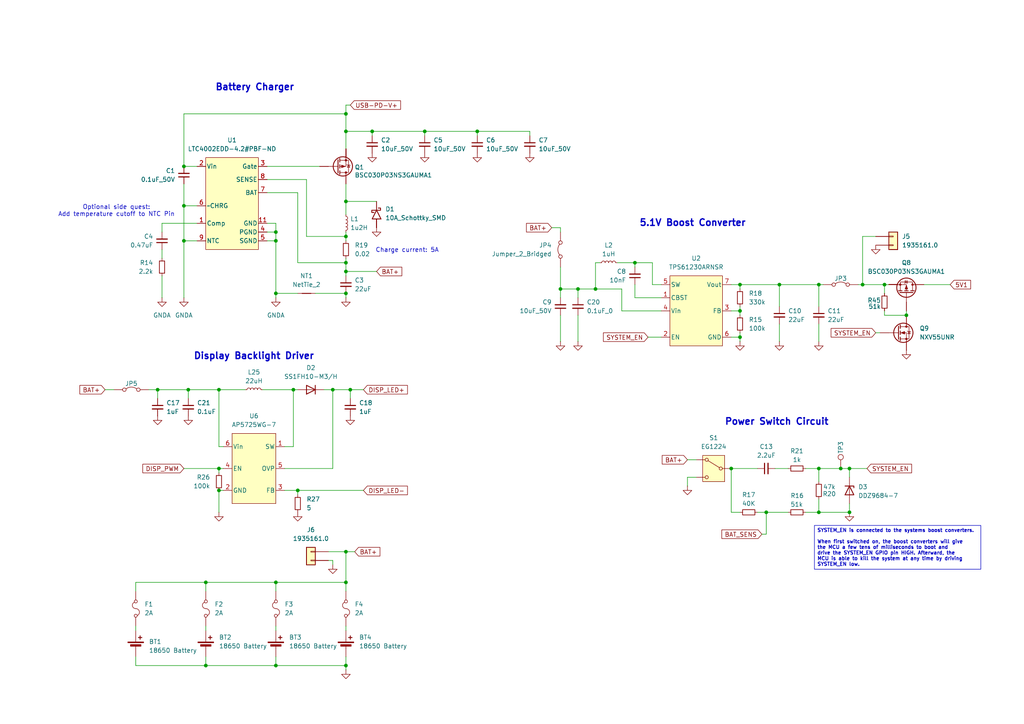
<source format=kicad_sch>
(kicad_sch
	(version 20231120)
	(generator "eeschema")
	(generator_version "8.0")
	(uuid "f77c346c-1bb2-4e8a-83cc-41a47fa819e9")
	(paper "A4")
	(title_block
		(rev "P1")
	)
	
	(junction
		(at 100.33 160.02)
		(diameter 0)
		(color 0 0 0 0)
		(uuid "00d96f9f-250c-4c69-8591-d07defbec468")
	)
	(junction
		(at 243.84 135.89)
		(diameter 0)
		(color 0 0 0 0)
		(uuid "01fb1f2f-2f8c-4d49-b00c-f9f700c2f690")
	)
	(junction
		(at 162.56 83.82)
		(diameter 0)
		(color 0 0 0 0)
		(uuid "02e2439a-097a-4535-a5b7-849f9135552d")
	)
	(junction
		(at 246.38 135.89)
		(diameter 0)
		(color 0 0 0 0)
		(uuid "0b4f36ab-9906-4ef0-a3f2-f18e620f66f5")
	)
	(junction
		(at 100.33 78.74)
		(diameter 0)
		(color 0 0 0 0)
		(uuid "0ba8b213-5261-4858-8e16-cc3fcd31df51")
	)
	(junction
		(at 246.38 148.59)
		(diameter 0)
		(color 0 0 0 0)
		(uuid "14339706-7219-494f-98f7-43f64dd8c10e")
	)
	(junction
		(at 53.34 59.69)
		(diameter 0)
		(color 0 0 0 0)
		(uuid "173126db-ec3d-42d4-8cb0-5396a24e4f7b")
	)
	(junction
		(at 100.33 33.02)
		(diameter 0)
		(color 0 0 0 0)
		(uuid "18d9c685-face-43b1-a871-019173632bf1")
	)
	(junction
		(at 53.34 69.85)
		(diameter 0)
		(color 0 0 0 0)
		(uuid "1d7a49e9-ec99-4ecd-926f-0a260be1a4dc")
	)
	(junction
		(at 100.33 85.09)
		(diameter 0)
		(color 0 0 0 0)
		(uuid "1f553cb7-1c35-48ef-bb2b-95124a363f3f")
	)
	(junction
		(at 80.01 193.04)
		(diameter 0)
		(color 0 0 0 0)
		(uuid "2010359e-d670-4ebb-90c8-02957f1dc1e9")
	)
	(junction
		(at 63.5 135.89)
		(diameter 0)
		(color 0 0 0 0)
		(uuid "329bcb1b-52fd-4614-95fa-200addd34382")
	)
	(junction
		(at 237.49 82.55)
		(diameter 0)
		(color 0 0 0 0)
		(uuid "370ade97-8130-4b1a-bbbd-073011ef6189")
	)
	(junction
		(at 167.64 83.82)
		(diameter 0)
		(color 0 0 0 0)
		(uuid "391b55b3-0c18-4734-822f-23391288e4a0")
	)
	(junction
		(at 214.63 90.17)
		(diameter 0)
		(color 0 0 0 0)
		(uuid "3a2bb0b0-9b1e-4940-89ad-7b9df5108ec9")
	)
	(junction
		(at 45.72 113.03)
		(diameter 0)
		(color 0 0 0 0)
		(uuid "3a52537d-d957-49b6-8509-77e7e1b358a2")
	)
	(junction
		(at 123.19 38.1)
		(diameter 0)
		(color 0 0 0 0)
		(uuid "455171aa-cc2f-4991-accb-bb0f7913bbe8")
	)
	(junction
		(at 96.52 113.03)
		(diameter 0)
		(color 0 0 0 0)
		(uuid "4accabec-9cc2-4c79-bd4e-e956bec65b49")
	)
	(junction
		(at 107.95 38.1)
		(diameter 0)
		(color 0 0 0 0)
		(uuid "4b64839f-d656-4c10-b23d-73199199205f")
	)
	(junction
		(at 59.69 168.91)
		(diameter 0)
		(color 0 0 0 0)
		(uuid "4e589723-bee0-4da9-9e67-3eafa80f8f71")
	)
	(junction
		(at 80.01 85.09)
		(diameter 0)
		(color 0 0 0 0)
		(uuid "5c861178-9aee-4405-809d-f4931c09e066")
	)
	(junction
		(at 80.01 67.31)
		(diameter 0)
		(color 0 0 0 0)
		(uuid "6a294534-457c-4af0-89fc-0145728b0a36")
	)
	(junction
		(at 214.63 82.55)
		(diameter 0)
		(color 0 0 0 0)
		(uuid "6a6b06af-444b-4b23-893a-ecc0102174cf")
	)
	(junction
		(at 53.34 48.26)
		(diameter 0)
		(color 0 0 0 0)
		(uuid "73fd7d6d-b9ca-43cf-b1fc-8248ffb2dd75")
	)
	(junction
		(at 212.09 135.89)
		(diameter 0)
		(color 0 0 0 0)
		(uuid "7812871b-1fe6-4c61-98e5-82744cfc6873")
	)
	(junction
		(at 80.01 69.85)
		(diameter 0)
		(color 0 0 0 0)
		(uuid "79053f7b-f36e-4584-9b7b-3f12245ec5bd")
	)
	(junction
		(at 100.33 68.58)
		(diameter 0)
		(color 0 0 0 0)
		(uuid "869d8468-a7f4-482b-8368-0b4697f6c041")
	)
	(junction
		(at 100.33 168.91)
		(diameter 0)
		(color 0 0 0 0)
		(uuid "8857fd5d-8cbd-4337-bc22-6e098f9952d7")
	)
	(junction
		(at 226.06 82.55)
		(diameter 0)
		(color 0 0 0 0)
		(uuid "8bbfea81-abbe-4ab0-86be-7db171d173bd")
	)
	(junction
		(at 250.19 82.55)
		(diameter 0)
		(color 0 0 0 0)
		(uuid "990cc831-be8c-46ed-92fc-e194d60c71c1")
	)
	(junction
		(at 100.33 58.42)
		(diameter 0)
		(color 0 0 0 0)
		(uuid "a6c10154-d16e-4454-a1f4-67d852543826")
	)
	(junction
		(at 100.33 38.1)
		(diameter 0)
		(color 0 0 0 0)
		(uuid "b273d448-47e6-4490-b9f8-cb5b6dc1e344")
	)
	(junction
		(at 63.5 113.03)
		(diameter 0)
		(color 0 0 0 0)
		(uuid "b359b9a8-99ed-40a2-90dd-a3f53b24c53c")
	)
	(junction
		(at 222.25 148.59)
		(diameter 0)
		(color 0 0 0 0)
		(uuid "b8348d81-7c0f-4386-8698-c4cc4738fe51")
	)
	(junction
		(at 59.69 193.04)
		(diameter 0)
		(color 0 0 0 0)
		(uuid "b8eba517-2b1c-445f-815b-73d8f244b645")
	)
	(junction
		(at 85.09 113.03)
		(diameter 0)
		(color 0 0 0 0)
		(uuid "b9037814-f955-4d8e-a517-d13b483f4c1a")
	)
	(junction
		(at 214.63 97.79)
		(diameter 0)
		(color 0 0 0 0)
		(uuid "be1112fd-e203-4dbc-8be8-1f402c8d13ed")
	)
	(junction
		(at 138.43 38.1)
		(diameter 0)
		(color 0 0 0 0)
		(uuid "c42d65e0-9ea9-43a4-a292-05f2c5ccb860")
	)
	(junction
		(at 237.49 135.89)
		(diameter 0)
		(color 0 0 0 0)
		(uuid "c5915d23-2adb-46ba-8c6b-747ab1c81c7e")
	)
	(junction
		(at 80.01 168.91)
		(diameter 0)
		(color 0 0 0 0)
		(uuid "ce49e683-78ca-4df7-bd79-ba44374ef276")
	)
	(junction
		(at 100.33 76.2)
		(diameter 0)
		(color 0 0 0 0)
		(uuid "cfbca921-f474-480e-8257-8d048133fc08")
	)
	(junction
		(at 256.54 82.55)
		(diameter 0)
		(color 0 0 0 0)
		(uuid "d96573dd-27e3-42bc-a109-3f5900802cf2")
	)
	(junction
		(at 262.89 91.44)
		(diameter 0)
		(color 0 0 0 0)
		(uuid "db5a78e3-1f52-46d4-8f0a-949583761482")
	)
	(junction
		(at 237.49 148.59)
		(diameter 0)
		(color 0 0 0 0)
		(uuid "dcace237-d778-44bf-9d8b-bfad19b167bb")
	)
	(junction
		(at 54.61 113.03)
		(diameter 0)
		(color 0 0 0 0)
		(uuid "e0f4b744-d68e-4e7b-afe4-0de0a9d39844")
	)
	(junction
		(at 101.6 113.03)
		(diameter 0)
		(color 0 0 0 0)
		(uuid "e140defc-e5f5-48d0-8b7f-5bce59d2bbea")
	)
	(junction
		(at 172.72 83.82)
		(diameter 0)
		(color 0 0 0 0)
		(uuid "ed0d6367-7640-446d-b36f-4c2f6c4453da")
	)
	(junction
		(at 100.33 193.04)
		(diameter 0)
		(color 0 0 0 0)
		(uuid "ed9b5502-6f0b-4751-914b-20e39188acdf")
	)
	(junction
		(at 184.15 76.2)
		(diameter 0)
		(color 0 0 0 0)
		(uuid "f29086b7-fb6e-4792-b3d5-a24f908d33ca")
	)
	(junction
		(at 86.36 142.24)
		(diameter 0)
		(color 0 0 0 0)
		(uuid "f2c82c41-ca88-4847-8f7d-a9abbd376ccd")
	)
	(junction
		(at 63.5 142.24)
		(diameter 0)
		(color 0 0 0 0)
		(uuid "f3d28c8a-8ecb-45a7-8861-d12b54c8af56")
	)
	(wire
		(pts
			(xy 201.93 138.43) (xy 199.39 138.43)
		)
		(stroke
			(width 0)
			(type default)
		)
		(uuid "00f6b25f-ac31-4a8e-b366-6256ef9257e9")
	)
	(wire
		(pts
			(xy 184.15 82.55) (xy 184.15 86.36)
		)
		(stroke
			(width 0)
			(type default)
		)
		(uuid "0140d6c2-8029-44d1-b57c-265cc47962c4")
	)
	(wire
		(pts
			(xy 80.01 168.91) (xy 100.33 168.91)
		)
		(stroke
			(width 0)
			(type default)
		)
		(uuid "03a3f6e6-6773-450e-be71-c58b0df623ba")
	)
	(wire
		(pts
			(xy 54.61 113.03) (xy 54.61 115.57)
		)
		(stroke
			(width 0)
			(type default)
		)
		(uuid "04214015-f760-468f-9f21-1fa7996babe7")
	)
	(wire
		(pts
			(xy 262.89 91.44) (xy 262.89 90.17)
		)
		(stroke
			(width 0)
			(type default)
		)
		(uuid "05f5b2e7-8a61-432c-88fb-5ef35efa5aaa")
	)
	(wire
		(pts
			(xy 109.22 58.42) (xy 100.33 58.42)
		)
		(stroke
			(width 0)
			(type default)
		)
		(uuid "06d2a1d6-1096-4489-b626-a641206a4746")
	)
	(wire
		(pts
			(xy 80.01 85.09) (xy 80.01 86.36)
		)
		(stroke
			(width 0)
			(type default)
		)
		(uuid "09b237b8-b580-4c67-bac3-7b25df536147")
	)
	(wire
		(pts
			(xy 233.68 135.89) (xy 237.49 135.89)
		)
		(stroke
			(width 0)
			(type default)
		)
		(uuid "09c5746d-327c-43b7-9918-5a442ceff2cb")
	)
	(wire
		(pts
			(xy 226.06 93.98) (xy 226.06 99.06)
		)
		(stroke
			(width 0)
			(type default)
		)
		(uuid "0c7c63fb-3f5a-48ba-9dde-abfca9a3c54c")
	)
	(wire
		(pts
			(xy 246.38 135.89) (xy 251.46 135.89)
		)
		(stroke
			(width 0)
			(type default)
		)
		(uuid "0d7e33d4-85dd-4dd8-89d4-e8f42df455cb")
	)
	(wire
		(pts
			(xy 39.37 193.04) (xy 59.69 193.04)
		)
		(stroke
			(width 0)
			(type default)
		)
		(uuid "0e649187-6c29-4203-80dc-0cab4a5b4ab2")
	)
	(wire
		(pts
			(xy 212.09 135.89) (xy 212.09 148.59)
		)
		(stroke
			(width 0)
			(type default)
		)
		(uuid "11acc94a-f439-467b-a629-f28167b66ecc")
	)
	(wire
		(pts
			(xy 201.93 133.35) (xy 199.39 133.35)
		)
		(stroke
			(width 0)
			(type default)
		)
		(uuid "12739189-a25e-4225-98b7-10a8490d1f16")
	)
	(wire
		(pts
			(xy 88.9 52.07) (xy 88.9 68.58)
		)
		(stroke
			(width 0)
			(type default)
		)
		(uuid "155d13c6-81bc-40b9-a798-19723f5c6c87")
	)
	(wire
		(pts
			(xy 107.95 38.1) (xy 100.33 38.1)
		)
		(stroke
			(width 0)
			(type default)
		)
		(uuid "17882f0b-90fc-46a9-8ba5-3252131f8af0")
	)
	(wire
		(pts
			(xy 77.47 69.85) (xy 80.01 69.85)
		)
		(stroke
			(width 0)
			(type default)
		)
		(uuid "19387f7d-3289-424d-a53c-16af2d53647f")
	)
	(wire
		(pts
			(xy 180.34 90.17) (xy 191.77 90.17)
		)
		(stroke
			(width 0)
			(type default)
		)
		(uuid "19c2e985-ae3a-4cc4-8b07-ca94e122a6dd")
	)
	(wire
		(pts
			(xy 30.48 113.03) (xy 33.02 113.03)
		)
		(stroke
			(width 0)
			(type default)
		)
		(uuid "1afd1b65-68d4-480d-8232-5879acc1ba4d")
	)
	(wire
		(pts
			(xy 250.19 68.58) (xy 254 68.58)
		)
		(stroke
			(width 0)
			(type default)
		)
		(uuid "1e42810d-9c72-4b61-8d64-ebb8317d8cc5")
	)
	(wire
		(pts
			(xy 77.47 67.31) (xy 80.01 67.31)
		)
		(stroke
			(width 0)
			(type default)
		)
		(uuid "1fa1b830-943b-4610-8fce-eca684bf3daa")
	)
	(wire
		(pts
			(xy 162.56 83.82) (xy 167.64 83.82)
		)
		(stroke
			(width 0)
			(type default)
		)
		(uuid "1fbf995d-42ed-4abd-bbe5-af5148e8df6e")
	)
	(wire
		(pts
			(xy 212.09 90.17) (xy 214.63 90.17)
		)
		(stroke
			(width 0)
			(type default)
		)
		(uuid "22d0b538-be18-4285-86cc-5c70c0ee5adb")
	)
	(wire
		(pts
			(xy 100.33 33.02) (xy 100.33 38.1)
		)
		(stroke
			(width 0)
			(type default)
		)
		(uuid "22e6ede3-10d2-407b-b167-7e1924e0d959")
	)
	(wire
		(pts
			(xy 39.37 168.91) (xy 59.69 168.91)
		)
		(stroke
			(width 0)
			(type default)
		)
		(uuid "23d59a20-96f4-4754-a310-7ec7a57ff414")
	)
	(wire
		(pts
			(xy 100.33 193.04) (xy 100.33 190.5)
		)
		(stroke
			(width 0)
			(type default)
		)
		(uuid "250a9461-2c06-4744-a22c-b39b6968a3ba")
	)
	(wire
		(pts
			(xy 100.33 68.58) (xy 100.33 69.85)
		)
		(stroke
			(width 0)
			(type default)
		)
		(uuid "27e19eee-4ec4-43ff-a8b1-c60a9d6af47a")
	)
	(wire
		(pts
			(xy 63.5 137.16) (xy 63.5 135.89)
		)
		(stroke
			(width 0)
			(type default)
		)
		(uuid "29a31292-177c-40f8-8542-f02d1c74bcd7")
	)
	(wire
		(pts
			(xy 107.95 38.1) (xy 123.19 38.1)
		)
		(stroke
			(width 0)
			(type default)
		)
		(uuid "29e38fe4-fe37-461b-80e1-c4d6a7928b76")
	)
	(wire
		(pts
			(xy 46.99 72.39) (xy 46.99 74.93)
		)
		(stroke
			(width 0)
			(type default)
		)
		(uuid "2c268a3d-bac7-4888-8fdd-035633abdd5b")
	)
	(wire
		(pts
			(xy 256.54 91.44) (xy 262.89 91.44)
		)
		(stroke
			(width 0)
			(type default)
		)
		(uuid "2c891373-585c-4d8b-9b39-d236feaca980")
	)
	(wire
		(pts
			(xy 77.47 48.26) (xy 92.71 48.26)
		)
		(stroke
			(width 0)
			(type default)
		)
		(uuid "2cc5dfda-5f07-46a3-b386-1e4042bd8f4d")
	)
	(wire
		(pts
			(xy 100.33 38.1) (xy 100.33 43.18)
		)
		(stroke
			(width 0)
			(type default)
		)
		(uuid "2ce63b5c-513c-41de-b196-7a788dbe99c0")
	)
	(wire
		(pts
			(xy 256.54 82.55) (xy 256.54 85.09)
		)
		(stroke
			(width 0)
			(type default)
		)
		(uuid "2e1d618b-6de1-48f5-a075-38e515c458b9")
	)
	(wire
		(pts
			(xy 39.37 168.91) (xy 39.37 171.45)
		)
		(stroke
			(width 0)
			(type default)
		)
		(uuid "30e39003-53ee-425c-a320-ee227686fcdb")
	)
	(wire
		(pts
			(xy 53.34 33.02) (xy 100.33 33.02)
		)
		(stroke
			(width 0)
			(type default)
		)
		(uuid "334db7da-ab23-471f-88b5-d18e891955ee")
	)
	(wire
		(pts
			(xy 100.33 194.31) (xy 100.33 193.04)
		)
		(stroke
			(width 0)
			(type default)
		)
		(uuid "34518adf-3666-4abe-9b07-ce98e12c348e")
	)
	(wire
		(pts
			(xy 246.38 146.05) (xy 246.38 148.59)
		)
		(stroke
			(width 0)
			(type default)
		)
		(uuid "36a54c67-bcfd-4a0a-9ed7-5ee419514e3b")
	)
	(wire
		(pts
			(xy 100.33 78.74) (xy 100.33 80.01)
		)
		(stroke
			(width 0)
			(type default)
		)
		(uuid "36e30d17-d8b3-4ffb-b53d-593d22c39e30")
	)
	(wire
		(pts
			(xy 214.63 82.55) (xy 214.63 83.82)
		)
		(stroke
			(width 0)
			(type default)
		)
		(uuid "392ded54-9f57-4c54-9880-eb48e0da60ef")
	)
	(wire
		(pts
			(xy 39.37 181.61) (xy 39.37 182.88)
		)
		(stroke
			(width 0)
			(type default)
		)
		(uuid "3b136068-5090-4e7d-84f3-1e7045d756e2")
	)
	(wire
		(pts
			(xy 180.34 83.82) (xy 180.34 90.17)
		)
		(stroke
			(width 0)
			(type default)
		)
		(uuid "3d3c27fa-afb7-47a2-8011-cc287a6674ca")
	)
	(wire
		(pts
			(xy 100.33 168.91) (xy 100.33 171.45)
		)
		(stroke
			(width 0)
			(type default)
		)
		(uuid "413b4512-b69f-4fcd-a794-15b6d0efa96d")
	)
	(wire
		(pts
			(xy 46.99 64.77) (xy 46.99 67.31)
		)
		(stroke
			(width 0)
			(type default)
		)
		(uuid "422d2e4c-b38c-4030-b694-bf5964ec245c")
	)
	(wire
		(pts
			(xy 243.84 135.89) (xy 246.38 135.89)
		)
		(stroke
			(width 0)
			(type default)
		)
		(uuid "46b7c507-4dc0-44a8-9d68-6efcfec0a09d")
	)
	(wire
		(pts
			(xy 237.49 93.98) (xy 237.49 99.06)
		)
		(stroke
			(width 0)
			(type default)
		)
		(uuid "48ed4b00-acea-4911-a166-e26b00ae01f5")
	)
	(wire
		(pts
			(xy 88.9 68.58) (xy 100.33 68.58)
		)
		(stroke
			(width 0)
			(type default)
		)
		(uuid "48ffdce2-6877-4988-8daf-9c6859778250")
	)
	(wire
		(pts
			(xy 96.52 135.89) (xy 96.52 113.03)
		)
		(stroke
			(width 0)
			(type default)
		)
		(uuid "496bf2a6-6163-4cca-a033-727c59564c9d")
	)
	(wire
		(pts
			(xy 77.47 64.77) (xy 80.01 64.77)
		)
		(stroke
			(width 0)
			(type default)
		)
		(uuid "4fc84fa2-2013-45d3-b656-c09290d30a04")
	)
	(wire
		(pts
			(xy 256.54 82.55) (xy 257.81 82.55)
		)
		(stroke
			(width 0)
			(type default)
		)
		(uuid "5007edcc-f285-4a22-8fdb-bcda8f8055de")
	)
	(wire
		(pts
			(xy 167.64 83.82) (xy 167.64 86.36)
		)
		(stroke
			(width 0)
			(type default)
		)
		(uuid "5068d9e1-2e68-4c74-90b6-0c11177e720b")
	)
	(wire
		(pts
			(xy 189.23 82.55) (xy 191.77 82.55)
		)
		(stroke
			(width 0)
			(type default)
		)
		(uuid "533de894-b1b2-4a74-a673-d4ae63733888")
	)
	(wire
		(pts
			(xy 100.33 78.74) (xy 109.22 78.74)
		)
		(stroke
			(width 0)
			(type default)
		)
		(uuid "5469ea4e-b0f5-42a0-9ad5-4bde69f52f3f")
	)
	(wire
		(pts
			(xy 237.49 144.78) (xy 237.49 148.59)
		)
		(stroke
			(width 0)
			(type default)
		)
		(uuid "577997d2-1ed2-481c-9030-cd4e347177be")
	)
	(wire
		(pts
			(xy 53.34 48.26) (xy 53.34 33.02)
		)
		(stroke
			(width 0)
			(type default)
		)
		(uuid "588d8aa4-a085-461e-9e4c-72212aba7836")
	)
	(wire
		(pts
			(xy 179.07 76.2) (xy 184.15 76.2)
		)
		(stroke
			(width 0)
			(type default)
		)
		(uuid "5c70fc83-c937-408b-a69d-bb1c26a0ab39")
	)
	(wire
		(pts
			(xy 57.15 69.85) (xy 53.34 69.85)
		)
		(stroke
			(width 0)
			(type default)
		)
		(uuid "5e16554a-5252-409c-9bc8-e4a228f31111")
	)
	(wire
		(pts
			(xy 95.25 162.56) (xy 96.52 162.56)
		)
		(stroke
			(width 0)
			(type default)
		)
		(uuid "5f279e92-15d8-4755-a393-76899eeb3603")
	)
	(wire
		(pts
			(xy 57.15 64.77) (xy 46.99 64.77)
		)
		(stroke
			(width 0)
			(type default)
		)
		(uuid "649b0aa0-f468-4eeb-9d83-b9ef85a98366")
	)
	(wire
		(pts
			(xy 82.55 142.24) (xy 86.36 142.24)
		)
		(stroke
			(width 0)
			(type default)
		)
		(uuid "6607c2da-d1fe-44ce-91c7-8d5541a848aa")
	)
	(wire
		(pts
			(xy 95.25 160.02) (xy 100.33 160.02)
		)
		(stroke
			(width 0)
			(type default)
		)
		(uuid "67738ed9-85a1-4b7c-adcf-eb5bf1e900ce")
	)
	(wire
		(pts
			(xy 63.5 148.59) (xy 63.5 142.24)
		)
		(stroke
			(width 0)
			(type default)
		)
		(uuid "68e6eb32-39fd-493c-8ac4-6d28e294b3cb")
	)
	(wire
		(pts
			(xy 77.47 55.88) (xy 86.36 55.88)
		)
		(stroke
			(width 0)
			(type default)
		)
		(uuid "6a7a4bec-a02f-4cbe-be9d-dbcaef0fdf59")
	)
	(wire
		(pts
			(xy 63.5 142.24) (xy 64.77 142.24)
		)
		(stroke
			(width 0)
			(type default)
		)
		(uuid "6b6ee6cb-f60a-4a35-8d91-61e3f3248813")
	)
	(wire
		(pts
			(xy 53.34 69.85) (xy 53.34 86.36)
		)
		(stroke
			(width 0)
			(type default)
		)
		(uuid "6b9df8e4-b404-4bec-8ccb-81c5b5817e31")
	)
	(wire
		(pts
			(xy 246.38 135.89) (xy 246.38 138.43)
		)
		(stroke
			(width 0)
			(type default)
		)
		(uuid "6be3c233-bd61-4677-8f2f-8498cc14d049")
	)
	(wire
		(pts
			(xy 199.39 138.43) (xy 199.39 140.97)
		)
		(stroke
			(width 0)
			(type default)
		)
		(uuid "6cce1de7-ac3a-40d9-b5c4-2211a56fcc66")
	)
	(wire
		(pts
			(xy 226.06 82.55) (xy 226.06 88.9)
		)
		(stroke
			(width 0)
			(type default)
		)
		(uuid "6ea764bb-e7a7-4703-899b-6e4a7605789e")
	)
	(wire
		(pts
			(xy 63.5 113.03) (xy 71.12 113.03)
		)
		(stroke
			(width 0)
			(type default)
		)
		(uuid "706b94b8-921c-418d-8b5c-211f20a2b7e0")
	)
	(wire
		(pts
			(xy 43.18 113.03) (xy 45.72 113.03)
		)
		(stroke
			(width 0)
			(type default)
		)
		(uuid "7106300f-dd66-471a-bf02-97edfcf8b409")
	)
	(wire
		(pts
			(xy 45.72 113.03) (xy 45.72 115.57)
		)
		(stroke
			(width 0)
			(type default)
		)
		(uuid "722a7b3f-73e0-477a-8875-0bbfad4dcef3")
	)
	(wire
		(pts
			(xy 101.6 113.03) (xy 105.41 113.03)
		)
		(stroke
			(width 0)
			(type default)
		)
		(uuid "7553e05c-69b5-4c57-942e-9527c0ae2379")
	)
	(wire
		(pts
			(xy 45.72 113.03) (xy 54.61 113.03)
		)
		(stroke
			(width 0)
			(type default)
		)
		(uuid "76d72230-55e5-47e4-b70f-b6d44861aa5b")
	)
	(wire
		(pts
			(xy 100.33 58.42) (xy 100.33 62.23)
		)
		(stroke
			(width 0)
			(type default)
		)
		(uuid "771d9a05-303d-4c5c-b8d1-950d02043ba4")
	)
	(wire
		(pts
			(xy 54.61 113.03) (xy 63.5 113.03)
		)
		(stroke
			(width 0)
			(type default)
		)
		(uuid "77d4ad15-85ff-4d96-b74d-db9fff4e9ea0")
	)
	(wire
		(pts
			(xy 214.63 96.52) (xy 214.63 97.79)
		)
		(stroke
			(width 0)
			(type default)
		)
		(uuid "7810b77a-b871-4c96-b2c9-b64b1f261384")
	)
	(wire
		(pts
			(xy 101.6 115.57) (xy 101.6 113.03)
		)
		(stroke
			(width 0)
			(type default)
		)
		(uuid "7c832cfb-022b-40d3-88f7-431c42fae210")
	)
	(wire
		(pts
			(xy 187.96 97.79) (xy 191.77 97.79)
		)
		(stroke
			(width 0)
			(type default)
		)
		(uuid "7c91f721-68b1-4fbe-af16-076c674dfed8")
	)
	(wire
		(pts
			(xy 214.63 90.17) (xy 214.63 91.44)
		)
		(stroke
			(width 0)
			(type default)
		)
		(uuid "7e68343e-29d5-469c-a483-84b53f6330fc")
	)
	(wire
		(pts
			(xy 189.23 76.2) (xy 189.23 82.55)
		)
		(stroke
			(width 0)
			(type default)
		)
		(uuid "81bc609f-fe1e-4133-bbc3-b987517b787a")
	)
	(wire
		(pts
			(xy 59.69 168.91) (xy 80.01 168.91)
		)
		(stroke
			(width 0)
			(type default)
		)
		(uuid "827aae17-7177-4695-bd50-74e42b7dec20")
	)
	(wire
		(pts
			(xy 80.01 85.09) (xy 86.36 85.09)
		)
		(stroke
			(width 0)
			(type default)
		)
		(uuid "8353b435-f80a-4d04-9d96-53349ec13a65")
	)
	(wire
		(pts
			(xy 167.64 91.44) (xy 167.64 99.06)
		)
		(stroke
			(width 0)
			(type default)
		)
		(uuid "839a6211-2824-4554-8c0d-7ffac4bc3aed")
	)
	(wire
		(pts
			(xy 153.67 38.1) (xy 153.67 39.37)
		)
		(stroke
			(width 0)
			(type default)
		)
		(uuid "86260e01-e3b0-4504-a175-a39474070979")
	)
	(wire
		(pts
			(xy 59.69 181.61) (xy 59.69 182.88)
		)
		(stroke
			(width 0)
			(type default)
		)
		(uuid "86821b9a-1cc0-445b-aca4-eac5e3e49217")
	)
	(wire
		(pts
			(xy 212.09 82.55) (xy 214.63 82.55)
		)
		(stroke
			(width 0)
			(type default)
		)
		(uuid "89e4af65-36a2-4219-8596-823d6838dc03")
	)
	(wire
		(pts
			(xy 237.49 148.59) (xy 246.38 148.59)
		)
		(stroke
			(width 0)
			(type default)
		)
		(uuid "8bda6401-f7b0-4bdf-baf1-6a698fece784")
	)
	(wire
		(pts
			(xy 86.36 142.24) (xy 86.36 143.51)
		)
		(stroke
			(width 0)
			(type default)
		)
		(uuid "8c222114-5778-4a75-ba10-b3ebf0475c46")
	)
	(wire
		(pts
			(xy 224.79 135.89) (xy 228.6 135.89)
		)
		(stroke
			(width 0)
			(type default)
		)
		(uuid "8c2d3e59-5afa-426c-b06c-1da6b8d1afc8")
	)
	(wire
		(pts
			(xy 250.19 82.55) (xy 256.54 82.55)
		)
		(stroke
			(width 0)
			(type default)
		)
		(uuid "8cc9e32f-7f02-4f6a-945a-8871fd644ba3")
	)
	(wire
		(pts
			(xy 63.5 135.89) (xy 64.77 135.89)
		)
		(stroke
			(width 0)
			(type default)
		)
		(uuid "8d4c4465-69a6-4670-b795-f64854987754")
	)
	(wire
		(pts
			(xy 184.15 76.2) (xy 184.15 77.47)
		)
		(stroke
			(width 0)
			(type default)
		)
		(uuid "8dcf37d3-41e0-44c4-8a22-41605056cf38")
	)
	(wire
		(pts
			(xy 63.5 113.03) (xy 63.5 129.54)
		)
		(stroke
			(width 0)
			(type default)
		)
		(uuid "8eaa9f48-d743-4bff-a574-4ab65c456719")
	)
	(wire
		(pts
			(xy 96.52 162.56) (xy 96.52 163.83)
		)
		(stroke
			(width 0)
			(type default)
		)
		(uuid "9068c3bc-cf72-4fb5-8ad3-c2e1abd566e7")
	)
	(wire
		(pts
			(xy 100.33 85.09) (xy 100.33 86.36)
		)
		(stroke
			(width 0)
			(type default)
		)
		(uuid "914bf7a1-137e-4ccb-9303-5ebd19375443")
	)
	(wire
		(pts
			(xy 102.87 160.02) (xy 100.33 160.02)
		)
		(stroke
			(width 0)
			(type default)
		)
		(uuid "92cb5c37-68d0-44aa-a0ac-a2b862f27f55")
	)
	(wire
		(pts
			(xy 237.49 82.55) (xy 238.76 82.55)
		)
		(stroke
			(width 0)
			(type default)
		)
		(uuid "9446978f-7537-47b2-b03b-bf904a9cc12b")
	)
	(wire
		(pts
			(xy 212.09 148.59) (xy 214.63 148.59)
		)
		(stroke
			(width 0)
			(type default)
		)
		(uuid "94899605-078d-4459-beb7-33da4c6f61b7")
	)
	(wire
		(pts
			(xy 100.33 181.61) (xy 100.33 182.88)
		)
		(stroke
			(width 0)
			(type default)
		)
		(uuid "94c0d95e-572b-42fc-8d89-efbe23be3b16")
	)
	(wire
		(pts
			(xy 100.33 160.02) (xy 100.33 168.91)
		)
		(stroke
			(width 0)
			(type default)
		)
		(uuid "951b69a0-acd9-4a4a-8136-3d3707fdf014")
	)
	(wire
		(pts
			(xy 160.02 66.04) (xy 162.56 66.04)
		)
		(stroke
			(width 0)
			(type default)
		)
		(uuid "9565d392-8b91-4b3b-92b6-aa71595dbee7")
	)
	(wire
		(pts
			(xy 214.63 90.17) (xy 214.63 88.9)
		)
		(stroke
			(width 0)
			(type default)
		)
		(uuid "959cc860-bcd2-446c-8593-435f6c1e92b9")
	)
	(wire
		(pts
			(xy 214.63 99.06) (xy 214.63 97.79)
		)
		(stroke
			(width 0)
			(type default)
		)
		(uuid "95ec956b-e751-4f3c-9cd3-6b0d5f49cfbc")
	)
	(wire
		(pts
			(xy 222.25 154.94) (xy 222.25 148.59)
		)
		(stroke
			(width 0)
			(type default)
		)
		(uuid "9671afb3-4225-4498-8f90-7f803f6dd529")
	)
	(wire
		(pts
			(xy 57.15 59.69) (xy 53.34 59.69)
		)
		(stroke
			(width 0)
			(type default)
		)
		(uuid "967549a3-d11a-4827-8688-aab70e69add9")
	)
	(wire
		(pts
			(xy 100.33 67.31) (xy 100.33 68.58)
		)
		(stroke
			(width 0)
			(type default)
		)
		(uuid "97d0ce32-29cf-46a2-81f8-ae018587f8e4")
	)
	(wire
		(pts
			(xy 162.56 77.47) (xy 162.56 83.82)
		)
		(stroke
			(width 0)
			(type default)
		)
		(uuid "9aa577d3-558a-41f2-95df-eb375ff97205")
	)
	(wire
		(pts
			(xy 172.72 83.82) (xy 180.34 83.82)
		)
		(stroke
			(width 0)
			(type default)
		)
		(uuid "9e1aa100-3168-47eb-9286-bedf4c1a3bf0")
	)
	(wire
		(pts
			(xy 80.01 193.04) (xy 80.01 190.5)
		)
		(stroke
			(width 0)
			(type default)
		)
		(uuid "9e31531d-431e-425f-b264-b774d906802f")
	)
	(wire
		(pts
			(xy 96.52 113.03) (xy 93.98 113.03)
		)
		(stroke
			(width 0)
			(type default)
		)
		(uuid "a31bd392-9735-46ba-b427-d65736665d4c")
	)
	(wire
		(pts
			(xy 77.47 52.07) (xy 88.9 52.07)
		)
		(stroke
			(width 0)
			(type default)
		)
		(uuid "a36ba5a6-c5b5-4b6c-a11c-27a46e62a874")
	)
	(wire
		(pts
			(xy 214.63 97.79) (xy 212.09 97.79)
		)
		(stroke
			(width 0)
			(type default)
		)
		(uuid "a63d5707-69c8-4475-88e1-7647beb3073e")
	)
	(wire
		(pts
			(xy 80.01 67.31) (xy 80.01 69.85)
		)
		(stroke
			(width 0)
			(type default)
		)
		(uuid "a6a37457-5429-4322-8c55-fc9ca384ee75")
	)
	(wire
		(pts
			(xy 85.09 113.03) (xy 85.09 129.54)
		)
		(stroke
			(width 0)
			(type default)
		)
		(uuid "a81b05f0-3e32-4672-b265-5cca84cb628b")
	)
	(wire
		(pts
			(xy 237.49 135.89) (xy 237.49 139.7)
		)
		(stroke
			(width 0)
			(type default)
		)
		(uuid "a82cd624-6044-4665-ba4b-b3604b90c76b")
	)
	(wire
		(pts
			(xy 237.49 82.55) (xy 237.49 88.9)
		)
		(stroke
			(width 0)
			(type default)
		)
		(uuid "a8461b20-f623-4208-82c1-699cb24fd75d")
	)
	(wire
		(pts
			(xy 80.01 69.85) (xy 80.01 85.09)
		)
		(stroke
			(width 0)
			(type default)
		)
		(uuid "a9156385-e1fb-46ab-901b-e714da026635")
	)
	(wire
		(pts
			(xy 101.6 113.03) (xy 96.52 113.03)
		)
		(stroke
			(width 0)
			(type default)
		)
		(uuid "a95c24f2-344f-4538-9d50-7e3928db3797")
	)
	(wire
		(pts
			(xy 85.09 129.54) (xy 82.55 129.54)
		)
		(stroke
			(width 0)
			(type default)
		)
		(uuid "ab9e3568-35b5-4f0f-ae01-de9f3c285a59")
	)
	(wire
		(pts
			(xy 86.36 76.2) (xy 100.33 76.2)
		)
		(stroke
			(width 0)
			(type default)
		)
		(uuid "adc4762f-8c89-42b4-ba50-307840f6cf37")
	)
	(wire
		(pts
			(xy 46.99 80.01) (xy 46.99 86.36)
		)
		(stroke
			(width 0)
			(type default)
		)
		(uuid "ae1647fb-6920-4950-85af-61b59770760f")
	)
	(wire
		(pts
			(xy 233.68 148.59) (xy 237.49 148.59)
		)
		(stroke
			(width 0)
			(type default)
		)
		(uuid "b08965e4-2e54-4948-af96-7acfa68c1c18")
	)
	(wire
		(pts
			(xy 53.34 59.69) (xy 53.34 69.85)
		)
		(stroke
			(width 0)
			(type default)
		)
		(uuid "b1027a42-65c7-40d6-863b-1e49269ee875")
	)
	(wire
		(pts
			(xy 162.56 66.04) (xy 162.56 67.31)
		)
		(stroke
			(width 0)
			(type default)
		)
		(uuid "b368534f-72d3-4c6b-a6e1-8e1f2b22c9fe")
	)
	(wire
		(pts
			(xy 167.64 83.82) (xy 172.72 83.82)
		)
		(stroke
			(width 0)
			(type default)
		)
		(uuid "b378f676-31bc-41c7-a97c-674c9b7f2c3c")
	)
	(wire
		(pts
			(xy 162.56 83.82) (xy 162.56 86.36)
		)
		(stroke
			(width 0)
			(type default)
		)
		(uuid "b3ecbd59-fb81-4e40-947d-aa98fdca097b")
	)
	(wire
		(pts
			(xy 100.33 30.48) (xy 100.33 33.02)
		)
		(stroke
			(width 0)
			(type default)
		)
		(uuid "b4228d91-cbe2-4d06-bd57-bdea54154e09")
	)
	(wire
		(pts
			(xy 214.63 82.55) (xy 226.06 82.55)
		)
		(stroke
			(width 0)
			(type default)
		)
		(uuid "b92253d6-2351-4199-a9fa-e031448e5a01")
	)
	(wire
		(pts
			(xy 80.01 181.61) (xy 80.01 182.88)
		)
		(stroke
			(width 0)
			(type default)
		)
		(uuid "bb4ead0d-228f-4e11-86d4-1eea37eb9310")
	)
	(wire
		(pts
			(xy 248.92 82.55) (xy 250.19 82.55)
		)
		(stroke
			(width 0)
			(type default)
		)
		(uuid "bf6d981d-c3f7-43e8-a70d-9e206d7ff9d1")
	)
	(wire
		(pts
			(xy 256.54 90.17) (xy 256.54 91.44)
		)
		(stroke
			(width 0)
			(type default)
		)
		(uuid "c083d4f7-0e68-40e3-aeee-7e485dc028a7")
	)
	(wire
		(pts
			(xy 123.19 38.1) (xy 138.43 38.1)
		)
		(stroke
			(width 0)
			(type default)
		)
		(uuid "c2b08dae-8576-4341-be7a-226bb85671c8")
	)
	(wire
		(pts
			(xy 172.72 76.2) (xy 172.72 83.82)
		)
		(stroke
			(width 0)
			(type default)
		)
		(uuid "c4f35ffa-5bf2-4f66-9c05-fda0507abc46")
	)
	(wire
		(pts
			(xy 100.33 74.93) (xy 100.33 76.2)
		)
		(stroke
			(width 0)
			(type default)
		)
		(uuid "c6a8b368-4af5-4392-a4a8-776163b4dd63")
	)
	(wire
		(pts
			(xy 82.55 135.89) (xy 96.52 135.89)
		)
		(stroke
			(width 0)
			(type default)
		)
		(uuid "cb1f9b35-6cdc-4866-9007-6803a1ff5488")
	)
	(wire
		(pts
			(xy 63.5 129.54) (xy 64.77 129.54)
		)
		(stroke
			(width 0)
			(type default)
		)
		(uuid "cc87822c-a5ff-4386-b71b-e74e0b3aaa39")
	)
	(wire
		(pts
			(xy 237.49 135.89) (xy 243.84 135.89)
		)
		(stroke
			(width 0)
			(type default)
		)
		(uuid "ccf5268b-82db-4a84-a798-e7e6271e0306")
	)
	(wire
		(pts
			(xy 162.56 91.44) (xy 162.56 99.06)
		)
		(stroke
			(width 0)
			(type default)
		)
		(uuid "ce42fe4f-1547-406d-812d-eca6309a7f21")
	)
	(wire
		(pts
			(xy 39.37 190.5) (xy 39.37 193.04)
		)
		(stroke
			(width 0)
			(type default)
		)
		(uuid "ce88b8d0-2e33-4b86-afe1-8d03307ef93e")
	)
	(wire
		(pts
			(xy 226.06 82.55) (xy 237.49 82.55)
		)
		(stroke
			(width 0)
			(type default)
		)
		(uuid "cfa3eada-2709-4ada-a80a-744acfb7685c")
	)
	(wire
		(pts
			(xy 100.33 58.42) (xy 100.33 53.34)
		)
		(stroke
			(width 0)
			(type default)
		)
		(uuid "d0e58d72-58af-4e45-a1ea-d7efb6a305ad")
	)
	(wire
		(pts
			(xy 53.34 135.89) (xy 63.5 135.89)
		)
		(stroke
			(width 0)
			(type default)
		)
		(uuid "d15d8b75-eb6d-4471-a04f-2ef4d3c44409")
	)
	(wire
		(pts
			(xy 53.34 53.34) (xy 53.34 59.69)
		)
		(stroke
			(width 0)
			(type default)
		)
		(uuid "d2b77360-57e1-4ca6-a8ef-71f13775454b")
	)
	(wire
		(pts
			(xy 123.19 38.1) (xy 123.19 39.37)
		)
		(stroke
			(width 0)
			(type default)
		)
		(uuid "d3364d09-380d-441e-87eb-8a35716656f2")
	)
	(wire
		(pts
			(xy 86.36 55.88) (xy 86.36 76.2)
		)
		(stroke
			(width 0)
			(type default)
		)
		(uuid "d8f47034-7155-4fbc-93e5-c95856d486c7")
	)
	(wire
		(pts
			(xy 222.25 148.59) (xy 228.6 148.59)
		)
		(stroke
			(width 0)
			(type default)
		)
		(uuid "d9bd86ac-11c5-4d9e-9154-40bbd226acf0")
	)
	(wire
		(pts
			(xy 222.25 154.94) (xy 220.98 154.94)
		)
		(stroke
			(width 0)
			(type default)
		)
		(uuid "db7e227c-4c94-41c9-8c07-0881397b7bd4")
	)
	(wire
		(pts
			(xy 53.34 48.26) (xy 57.15 48.26)
		)
		(stroke
			(width 0)
			(type default)
		)
		(uuid "dbad6f38-ecbe-4d0d-9e78-863a8beb2083")
	)
	(wire
		(pts
			(xy 184.15 86.36) (xy 191.77 86.36)
		)
		(stroke
			(width 0)
			(type default)
		)
		(uuid "dbaf4dd3-ea0d-4e8c-98c6-b330ce00c085")
	)
	(wire
		(pts
			(xy 86.36 142.24) (xy 105.41 142.24)
		)
		(stroke
			(width 0)
			(type default)
		)
		(uuid "dfbba54a-9e11-4eea-8b06-4ef52f8c1741")
	)
	(wire
		(pts
			(xy 100.33 30.48) (xy 101.6 30.48)
		)
		(stroke
			(width 0)
			(type default)
		)
		(uuid "e024270d-c76c-4010-89e6-fafd0dcba672")
	)
	(wire
		(pts
			(xy 254 96.52) (xy 255.27 96.52)
		)
		(stroke
			(width 0)
			(type default)
		)
		(uuid "e32bfdfd-6b8f-48eb-be0f-d66608962c60")
	)
	(wire
		(pts
			(xy 59.69 193.04) (xy 80.01 193.04)
		)
		(stroke
			(width 0)
			(type default)
		)
		(uuid "eacc26ab-241c-479a-b54f-fc5fa17fb078")
	)
	(wire
		(pts
			(xy 184.15 76.2) (xy 189.23 76.2)
		)
		(stroke
			(width 0)
			(type default)
		)
		(uuid "ee8797d3-29f8-40a6-9496-0c95657eaf15")
	)
	(wire
		(pts
			(xy 267.97 82.55) (xy 275.59 82.55)
		)
		(stroke
			(width 0)
			(type default)
		)
		(uuid "eeb35967-fcb8-4bd8-99eb-41d76a5e1c92")
	)
	(wire
		(pts
			(xy 80.01 193.04) (xy 100.33 193.04)
		)
		(stroke
			(width 0)
			(type default)
		)
		(uuid "eece7eb6-e0f9-44f7-bc6e-cf24726a91d4")
	)
	(wire
		(pts
			(xy 59.69 168.91) (xy 59.69 171.45)
		)
		(stroke
			(width 0)
			(type default)
		)
		(uuid "f1910d0e-f391-4bf8-a389-6e02547ebd78")
	)
	(wire
		(pts
			(xy 138.43 38.1) (xy 138.43 39.37)
		)
		(stroke
			(width 0)
			(type default)
		)
		(uuid "f31156bb-9ce5-46c9-8732-f07cdfe7fc01")
	)
	(wire
		(pts
			(xy 212.09 135.89) (xy 219.71 135.89)
		)
		(stroke
			(width 0)
			(type default)
		)
		(uuid "f3e07805-921a-4d1e-87d3-067557fd3801")
	)
	(wire
		(pts
			(xy 76.2 113.03) (xy 85.09 113.03)
		)
		(stroke
			(width 0)
			(type default)
		)
		(uuid "f4c1e15f-eb31-470e-ac25-8a089fa4b916")
	)
	(wire
		(pts
			(xy 100.33 76.2) (xy 100.33 78.74)
		)
		(stroke
			(width 0)
			(type default)
		)
		(uuid "f62fd86f-09e1-4c89-923d-3204862a7e2d")
	)
	(wire
		(pts
			(xy 91.44 85.09) (xy 100.33 85.09)
		)
		(stroke
			(width 0)
			(type default)
		)
		(uuid "f702dc2a-08da-42b6-94ca-1cd57c97a226")
	)
	(wire
		(pts
			(xy 59.69 193.04) (xy 59.69 190.5)
		)
		(stroke
			(width 0)
			(type default)
		)
		(uuid "f76f17ca-679b-4f57-8448-ed8d6f1d3088")
	)
	(wire
		(pts
			(xy 85.09 113.03) (xy 86.36 113.03)
		)
		(stroke
			(width 0)
			(type default)
		)
		(uuid "f77f7e2d-2a79-4398-9c9d-7be72995341d")
	)
	(wire
		(pts
			(xy 172.72 76.2) (xy 173.99 76.2)
		)
		(stroke
			(width 0)
			(type default)
		)
		(uuid "f7920a69-c6c7-4bcf-bf36-27d7f1844fcf")
	)
	(wire
		(pts
			(xy 138.43 38.1) (xy 153.67 38.1)
		)
		(stroke
			(width 0)
			(type default)
		)
		(uuid "f79b0835-c2a4-4d7f-9835-1192f97bfc77")
	)
	(wire
		(pts
			(xy 80.01 64.77) (xy 80.01 67.31)
		)
		(stroke
			(width 0)
			(type default)
		)
		(uuid "fa8d7099-63c6-4611-bd31-2cc978d35c5b")
	)
	(wire
		(pts
			(xy 219.71 148.59) (xy 222.25 148.59)
		)
		(stroke
			(width 0)
			(type default)
		)
		(uuid "faeb5b21-6d46-4a59-939e-c718fa3e332e")
	)
	(wire
		(pts
			(xy 107.95 38.1) (xy 107.95 39.37)
		)
		(stroke
			(width 0)
			(type default)
		)
		(uuid "ff31bb66-439e-4f3c-bc4f-1fc93bfbc339")
	)
	(wire
		(pts
			(xy 250.19 68.58) (xy 250.19 82.55)
		)
		(stroke
			(width 0)
			(type default)
		)
		(uuid "ff64c021-1255-4185-9faa-9331c966f817")
	)
	(wire
		(pts
			(xy 80.01 168.91) (xy 80.01 171.45)
		)
		(stroke
			(width 0)
			(type default)
		)
		(uuid "ff66bd76-d1de-4ebb-8e38-3546617fba0d")
	)
	(text_box "SYSTEM_EN is connected to the systems boost converters.\n\nWhen first switched on, the boost converters will give\nthe MCU a few tens of milliseconds to boot and\ndrive the SYSTEM_EN GPIO pin HIGH. Afterward, the\nMCU is able to kill the system at any time by driving\nSYSTEM_EN low."
		(exclude_from_sim no)
		(at 236.22 152.4 0)
		(size 48.26 12.7)
		(stroke
			(width 0)
			(type default)
		)
		(fill
			(type none)
		)
		(effects
			(font
				(size 1.016 1.016)
				(bold yes)
			)
			(justify left top)
		)
		(uuid "026b7980-3d43-492a-ae27-ed8025e026f7")
	)
	(text "Battery Charger"
		(exclude_from_sim no)
		(at 73.914 25.4 0)
		(effects
			(font
				(size 1.905 1.905)
				(bold yes)
			)
		)
		(uuid "197a73fa-d82e-451e-9f40-92c1d2e75ea7")
	)
	(text "5.1V Boost Converter"
		(exclude_from_sim no)
		(at 200.914 64.77 0)
		(effects
			(font
				(size 1.905 1.905)
				(bold yes)
			)
		)
		(uuid "299b76f6-725a-4cd0-ae7a-b788373d828f")
	)
	(text "Optional side quest:\nAdd temperature cutoff to NTC Pin"
		(exclude_from_sim no)
		(at 33.782 61.214 0)
		(effects
			(font
				(size 1.27 1.27)
			)
		)
		(uuid "56f5689d-f18c-41b1-94f0-b993feadbc94")
	)
	(text "Charge current: 5A"
		(exclude_from_sim no)
		(at 118.11 72.644 0)
		(effects
			(font
				(size 1.27 1.27)
			)
		)
		(uuid "5dd22b32-c053-4f12-8ef8-c37ea21dd6e2")
	)
	(text "Power Switch Circuit"
		(exclude_from_sim no)
		(at 225.298 122.428 0)
		(effects
			(font
				(size 1.905 1.905)
				(bold yes)
			)
		)
		(uuid "c7cb1f98-5378-4df0-a7f0-d2d1f2c61414")
	)
	(text "Display Backlight Driver"
		(exclude_from_sim no)
		(at 73.66 103.378 0)
		(effects
			(font
				(size 1.905 1.905)
				(bold yes)
			)
		)
		(uuid "e0367c42-8301-4184-b72d-84877d1c4128")
	)
	(global_label "DISP_PWM"
		(shape input)
		(at 53.34 135.89 180)
		(fields_autoplaced yes)
		(effects
			(font
				(size 1.27 1.27)
			)
			(justify right)
		)
		(uuid "033a6077-6b88-4820-aab2-f86762d5593c")
		(property "Intersheetrefs" "${INTERSHEET_REFS}"
			(at 40.8601 135.89 0)
			(effects
				(font
					(size 1.27 1.27)
				)
				(justify right)
				(hide yes)
			)
		)
	)
	(global_label "SYSTEM_EN"
		(shape input)
		(at 187.96 97.79 180)
		(fields_autoplaced yes)
		(effects
			(font
				(size 1.27 1.27)
			)
			(justify right)
		)
		(uuid "0ca80831-94db-41fe-bd05-1b492946827d")
		(property "Intersheetrefs" "${INTERSHEET_REFS}"
			(at 174.4521 97.79 0)
			(effects
				(font
					(size 1.27 1.27)
				)
				(justify right)
				(hide yes)
			)
		)
	)
	(global_label "BAT+"
		(shape input)
		(at 30.48 113.03 180)
		(fields_autoplaced yes)
		(effects
			(font
				(size 1.27 1.27)
			)
			(justify right)
		)
		(uuid "1b48528f-59b7-452a-a192-0f8af51ccb13")
		(property "Intersheetrefs" "${INTERSHEET_REFS}"
			(at 22.5962 113.03 0)
			(effects
				(font
					(size 1.27 1.27)
				)
				(justify right)
				(hide yes)
			)
		)
	)
	(global_label "DISP_LED-"
		(shape input)
		(at 105.41 142.24 0)
		(fields_autoplaced yes)
		(effects
			(font
				(size 1.27 1.27)
			)
			(justify left)
		)
		(uuid "312dbe1d-4681-4307-babd-f87ab29718e5")
		(property "Intersheetrefs" "${INTERSHEET_REFS}"
			(at 118.7366 142.24 0)
			(effects
				(font
					(size 1.27 1.27)
				)
				(justify left)
				(hide yes)
			)
		)
	)
	(global_label "BAT+"
		(shape input)
		(at 160.02 66.04 180)
		(fields_autoplaced yes)
		(effects
			(font
				(size 1.27 1.27)
			)
			(justify right)
		)
		(uuid "3b93ed23-91e4-4892-aa8f-4148e23268dc")
		(property "Intersheetrefs" "${INTERSHEET_REFS}"
			(at 152.1362 66.04 0)
			(effects
				(font
					(size 1.27 1.27)
				)
				(justify right)
				(hide yes)
			)
		)
	)
	(global_label "DISP_LED+"
		(shape input)
		(at 105.41 113.03 0)
		(fields_autoplaced yes)
		(effects
			(font
				(size 1.27 1.27)
			)
			(justify left)
		)
		(uuid "4b8bb163-5b5b-4a25-8a46-b48ec710d1ff")
		(property "Intersheetrefs" "${INTERSHEET_REFS}"
			(at 118.7366 113.03 0)
			(effects
				(font
					(size 1.27 1.27)
				)
				(justify left)
				(hide yes)
			)
		)
	)
	(global_label "SYSTEM_EN"
		(shape input)
		(at 251.46 135.89 0)
		(fields_autoplaced yes)
		(effects
			(font
				(size 1.27 1.27)
			)
			(justify left)
		)
		(uuid "5fafd91f-627d-43d8-8040-7932941ec639")
		(property "Intersheetrefs" "${INTERSHEET_REFS}"
			(at 264.9679 135.89 0)
			(effects
				(font
					(size 1.27 1.27)
				)
				(justify left)
				(hide yes)
			)
		)
	)
	(global_label "BAT+"
		(shape input)
		(at 109.22 78.74 0)
		(fields_autoplaced yes)
		(effects
			(font
				(size 1.27 1.27)
			)
			(justify left)
		)
		(uuid "8bd859d4-057d-466c-9c13-a0d9715e14f8")
		(property "Intersheetrefs" "${INTERSHEET_REFS}"
			(at 117.1038 78.74 0)
			(effects
				(font
					(size 1.27 1.27)
				)
				(justify left)
				(hide yes)
			)
		)
	)
	(global_label "BAT+"
		(shape input)
		(at 102.87 160.02 0)
		(fields_autoplaced yes)
		(effects
			(font
				(size 1.27 1.27)
			)
			(justify left)
		)
		(uuid "90b2e01c-c2a7-4882-97f0-58a3e2197f28")
		(property "Intersheetrefs" "${INTERSHEET_REFS}"
			(at 110.7538 160.02 0)
			(effects
				(font
					(size 1.27 1.27)
				)
				(justify left)
				(hide yes)
			)
		)
	)
	(global_label "SYSTEM_EN"
		(shape input)
		(at 254 96.52 180)
		(fields_autoplaced yes)
		(effects
			(font
				(size 1.27 1.27)
			)
			(justify right)
		)
		(uuid "96d22940-ad16-4c85-bd72-61744ec24075")
		(property "Intersheetrefs" "${INTERSHEET_REFS}"
			(at 240.4921 96.52 0)
			(effects
				(font
					(size 1.27 1.27)
				)
				(justify right)
				(hide yes)
			)
		)
	)
	(global_label "5V1"
		(shape input)
		(at 275.59 82.55 0)
		(fields_autoplaced yes)
		(effects
			(font
				(size 1.27 1.27)
			)
			(justify left)
		)
		(uuid "ba9e28a6-753f-440d-a253-c78ac5a6ca33")
		(property "Intersheetrefs" "${INTERSHEET_REFS}"
			(at 282.0828 82.55 0)
			(effects
				(font
					(size 1.27 1.27)
				)
				(justify left)
				(hide yes)
			)
		)
	)
	(global_label "BAT_SENS"
		(shape input)
		(at 220.98 154.94 180)
		(fields_autoplaced yes)
		(effects
			(font
				(size 1.27 1.27)
			)
			(justify right)
		)
		(uuid "e6dd6e65-a929-4103-b439-9068198c99fd")
		(property "Intersheetrefs" "${INTERSHEET_REFS}"
			(at 208.8025 154.94 0)
			(effects
				(font
					(size 1.27 1.27)
				)
				(justify right)
				(hide yes)
			)
		)
	)
	(global_label "BAT+"
		(shape input)
		(at 199.39 133.35 180)
		(fields_autoplaced yes)
		(effects
			(font
				(size 1.27 1.27)
			)
			(justify right)
		)
		(uuid "e7ffb6eb-2d2e-4833-a912-816892fc432f")
		(property "Intersheetrefs" "${INTERSHEET_REFS}"
			(at 191.5062 133.35 0)
			(effects
				(font
					(size 1.27 1.27)
				)
				(justify right)
				(hide yes)
			)
		)
	)
	(global_label "USB-PD-V+"
		(shape input)
		(at 101.6 30.48 0)
		(fields_autoplaced yes)
		(effects
			(font
				(size 1.27 1.27)
			)
			(justify left)
		)
		(uuid "f4dd2f61-28ff-4437-9c2d-dc5aacedcec6")
		(property "Intersheetrefs" "${INTERSHEET_REFS}"
			(at 116.741 30.48 0)
			(effects
				(font
					(size 1.27 1.27)
				)
				(justify left)
				(hide yes)
			)
		)
	)
	(symbol
		(lib_id "000-Capacitors:10uF_50V")
		(at 123.19 41.91 0)
		(unit 1)
		(exclude_from_sim no)
		(in_bom yes)
		(on_board yes)
		(dnp no)
		(fields_autoplaced yes)
		(uuid "0112f423-7cf4-4d67-90e1-4fe922ec8216")
		(property "Reference" "C5"
			(at 125.73 40.6462 0)
			(effects
				(font
					(size 1.27 1.27)
				)
				(justify left)
			)
		)
		(property "Value" "10uF_50V"
			(at 125.73 43.1862 0)
			(effects
				(font
					(size 1.27 1.27)
				)
				(justify left)
			)
		)
		(property "Footprint" "Capacitor_SMD:C_1206_3216Metric_Pad1.33x1.80mm_HandSolder"
			(at 123.19 41.91 0)
			(effects
				(font
					(size 1.27 1.27)
				)
				(hide yes)
			)
		)
		(property "Datasheet" "~"
			(at 123.19 41.91 0)
			(effects
				(font
					(size 1.27 1.27)
				)
				(hide yes)
			)
		)
		(property "Description" ""
			(at 123.19 41.91 0)
			(effects
				(font
					(size 1.27 1.27)
				)
				(hide yes)
			)
		)
		(property "Part Number" "CAP-10UF-50V "
			(at 123.19 41.91 0)
			(effects
				(font
					(size 1.27 1.27)
				)
				(hide yes)
			)
		)
		(property "Digikey PN" "1276-2876-1-ND"
			(at 123.19 41.91 0)
			(effects
				(font
					(size 1.27 1.27)
				)
				(hide yes)
			)
		)
		(pin "2"
			(uuid "861b8e0d-be4f-42c1-8316-65078d5d9ea4")
		)
		(pin "1"
			(uuid "29177f01-f03c-4536-acfe-781552b6205c")
		)
		(instances
			(project "Gameboy"
				(path "/575f0352-8ef6-4826-828f-963dc5b19195/fda06078-0a94-4e9a-bf3f-1023a13d29be"
					(reference "C5")
					(unit 1)
				)
			)
		)
	)
	(symbol
		(lib_id "power:GND")
		(at 100.33 86.36 0)
		(unit 1)
		(exclude_from_sim no)
		(in_bom yes)
		(on_board yes)
		(dnp no)
		(fields_autoplaced yes)
		(uuid "01c10aa2-7b7d-490f-9ecb-3f5e9c152c00")
		(property "Reference" "#PWR021"
			(at 100.33 92.71 0)
			(effects
				(font
					(size 1.27 1.27)
				)
				(hide yes)
			)
		)
		(property "Value" "GND"
			(at 100.33 91.44 0)
			(effects
				(font
					(size 1.27 1.27)
				)
				(hide yes)
			)
		)
		(property "Footprint" ""
			(at 100.33 86.36 0)
			(effects
				(font
					(size 1.27 1.27)
				)
				(hide yes)
			)
		)
		(property "Datasheet" ""
			(at 100.33 86.36 0)
			(effects
				(font
					(size 1.27 1.27)
				)
				(hide yes)
			)
		)
		(property "Description" "Power symbol creates a global label with name \"GND\" , ground"
			(at 100.33 86.36 0)
			(effects
				(font
					(size 1.27 1.27)
				)
				(hide yes)
			)
		)
		(pin "1"
			(uuid "5e341e71-24be-4c8d-bb20-41c3f7d64b6a")
		)
		(instances
			(project "Gameboy"
				(path "/575f0352-8ef6-4826-828f-963dc5b19195/fda06078-0a94-4e9a-bf3f-1023a13d29be"
					(reference "#PWR021")
					(unit 1)
				)
			)
		)
	)
	(symbol
		(lib_id "power:GND")
		(at 86.36 148.59 0)
		(unit 1)
		(exclude_from_sim no)
		(in_bom yes)
		(on_board yes)
		(dnp no)
		(fields_autoplaced yes)
		(uuid "0338f1f7-8b3e-471b-943b-b6a474d308a3")
		(property "Reference" "#PWR041"
			(at 86.36 154.94 0)
			(effects
				(font
					(size 1.27 1.27)
				)
				(hide yes)
			)
		)
		(property "Value" "GND"
			(at 86.36 153.67 0)
			(effects
				(font
					(size 1.27 1.27)
				)
				(hide yes)
			)
		)
		(property "Footprint" ""
			(at 86.36 148.59 0)
			(effects
				(font
					(size 1.27 1.27)
				)
				(hide yes)
			)
		)
		(property "Datasheet" ""
			(at 86.36 148.59 0)
			(effects
				(font
					(size 1.27 1.27)
				)
				(hide yes)
			)
		)
		(property "Description" "Power symbol creates a global label with name \"GND\" , ground"
			(at 86.36 148.59 0)
			(effects
				(font
					(size 1.27 1.27)
				)
				(hide yes)
			)
		)
		(pin "1"
			(uuid "c5ca0113-1e0d-412a-93b5-2feaf7a83f01")
		)
		(instances
			(project "Gameboy"
				(path "/575f0352-8ef6-4826-828f-963dc5b19195/fda06078-0a94-4e9a-bf3f-1023a13d29be"
					(reference "#PWR041")
					(unit 1)
				)
			)
		)
	)
	(symbol
		(lib_id "power:GND")
		(at 199.39 140.97 0)
		(mirror y)
		(unit 1)
		(exclude_from_sim no)
		(in_bom yes)
		(on_board yes)
		(dnp no)
		(fields_autoplaced yes)
		(uuid "04a619ef-a466-44ac-9143-851a5611fc2e")
		(property "Reference" "#PWR026"
			(at 199.39 147.32 0)
			(effects
				(font
					(size 1.27 1.27)
				)
				(hide yes)
			)
		)
		(property "Value" "GND"
			(at 199.39 146.05 0)
			(effects
				(font
					(size 1.27 1.27)
				)
				(hide yes)
			)
		)
		(property "Footprint" ""
			(at 199.39 140.97 0)
			(effects
				(font
					(size 1.27 1.27)
				)
				(hide yes)
			)
		)
		(property "Datasheet" ""
			(at 199.39 140.97 0)
			(effects
				(font
					(size 1.27 1.27)
				)
				(hide yes)
			)
		)
		(property "Description" "Power symbol creates a global label with name \"GND\" , ground"
			(at 199.39 140.97 0)
			(effects
				(font
					(size 1.27 1.27)
				)
				(hide yes)
			)
		)
		(pin "1"
			(uuid "b7194519-b22a-4c23-a05d-24ab9f30ecaf")
		)
		(instances
			(project "Gameboy"
				(path "/575f0352-8ef6-4826-828f-963dc5b19195/fda06078-0a94-4e9a-bf3f-1023a13d29be"
					(reference "#PWR026")
					(unit 1)
				)
			)
		)
	)
	(symbol
		(lib_id "000-Capacitors:22uF")
		(at 100.33 82.55 0)
		(unit 1)
		(exclude_from_sim no)
		(in_bom yes)
		(on_board yes)
		(dnp no)
		(fields_autoplaced yes)
		(uuid "0d320aa6-13f5-409c-b0b5-141ac69b232b")
		(property "Reference" "C3"
			(at 102.87 81.2862 0)
			(effects
				(font
					(size 1.27 1.27)
				)
				(justify left)
			)
		)
		(property "Value" "22uF"
			(at 102.87 83.8262 0)
			(effects
				(font
					(size 1.27 1.27)
				)
				(justify left)
			)
		)
		(property "Footprint" "Capacitor_SMD:C_0603_1608Metric_Pad1.08x0.95mm_HandSolder"
			(at 100.33 82.55 0)
			(effects
				(font
					(size 1.27 1.27)
				)
				(hide yes)
			)
		)
		(property "Datasheet" ""
			(at 100.33 82.55 0)
			(effects
				(font
					(size 1.27 1.27)
				)
				(hide yes)
			)
		)
		(property "Description" ""
			(at 100.33 82.55 0)
			(effects
				(font
					(size 1.27 1.27)
				)
				(hide yes)
			)
		)
		(property "Part Number" "CAP-22UF"
			(at 100.33 82.55 0)
			(effects
				(font
					(size 1.27 1.27)
				)
				(hide yes)
			)
		)
		(property "Digikey PN" "1276-1274-1-ND"
			(at 100.33 82.55 0)
			(effects
				(font
					(size 1.27 1.27)
				)
				(hide yes)
			)
		)
		(pin "1"
			(uuid "c6350903-88ae-4dc5-aa65-3cb5bfb4a50a")
		)
		(pin "2"
			(uuid "e6a5d603-5144-4d9b-9b98-4b58c8983b24")
		)
		(instances
			(project ""
				(path "/575f0352-8ef6-4826-828f-963dc5b19195/fda06078-0a94-4e9a-bf3f-1023a13d29be"
					(reference "C3")
					(unit 1)
				)
			)
		)
	)
	(symbol
		(lib_id "000-Resistors:100k")
		(at 63.5 139.7 0)
		(mirror x)
		(unit 1)
		(exclude_from_sim no)
		(in_bom yes)
		(on_board yes)
		(dnp no)
		(uuid "1559cea2-ca96-43c8-be8e-ee04380f9d03")
		(property "Reference" "R26"
			(at 60.96 138.4299 0)
			(effects
				(font
					(size 1.27 1.27)
				)
				(justify right)
			)
		)
		(property "Value" "100k"
			(at 60.96 140.9699 0)
			(effects
				(font
					(size 1.27 1.27)
				)
				(justify right)
			)
		)
		(property "Footprint" "Resistor_SMD:R_0805_2012Metric_Pad1.20x1.40mm_HandSolder"
			(at 63.5 139.7 0)
			(effects
				(font
					(size 1.27 1.27)
				)
				(hide yes)
			)
		)
		(property "Datasheet" ""
			(at 63.5 139.7 0)
			(effects
				(font
					(size 1.27 1.27)
				)
				(hide yes)
			)
		)
		(property "Description" ""
			(at 63.5 139.7 0)
			(effects
				(font
					(size 1.27 1.27)
				)
				(hide yes)
			)
		)
		(property "PN" "RES-100000"
			(at 63.5 139.7 0)
			(effects
				(font
					(size 1.27 1.27)
				)
				(hide yes)
			)
		)
		(property "Digikey PN" "RMCF0805FT100KCT-ND"
			(at 63.5 139.7 0)
			(effects
				(font
					(size 1.27 1.27)
				)
				(hide yes)
			)
		)
		(pin "2"
			(uuid "9084afd7-86f7-4a3b-b540-f3c4b4b356ff")
		)
		(pin "1"
			(uuid "3cb5abfd-3892-4bd9-9645-6275635f29b1")
		)
		(instances
			(project "Gameboy"
				(path "/575f0352-8ef6-4826-828f-963dc5b19195/fda06078-0a94-4e9a-bf3f-1023a13d29be"
					(reference "R26")
					(unit 1)
				)
			)
		)
	)
	(symbol
		(lib_id "000-Mosfets:BSC030P03NS3GAUMA1")
		(at 262.89 82.55 270)
		(mirror x)
		(unit 1)
		(exclude_from_sim no)
		(in_bom yes)
		(on_board yes)
		(dnp no)
		(uuid "1f0d35aa-1419-480c-bba0-9af0d8f43187")
		(property "Reference" "Q8"
			(at 262.89 76.2 90)
			(effects
				(font
					(size 1.27 1.27)
				)
			)
		)
		(property "Value" "BSC030P03NS3GAUMA1"
			(at 262.89 78.74 90)
			(effects
				(font
					(size 1.27 1.27)
				)
			)
		)
		(property "Footprint" "000-Footprints:Infineon_PG-TDSON-8_6.15x5.15mm"
			(at 262.89 82.55 0)
			(effects
				(font
					(size 1.27 1.27)
				)
				(hide yes)
			)
		)
		(property "Datasheet" "https://www.infineon.com/dgdl/BSC030P03NS3+G_2.0.pdf?folderId=db3a304314dca38901154a72e3951a65&fileId=db3a30431d8a6b3c011d90d084910435"
			(at 275.082 76.708 0)
			(effects
				(font
					(size 1.27 1.27)
				)
				(hide yes)
			)
		)
		(property "Description" ""
			(at 262.89 82.55 0)
			(effects
				(font
					(size 1.27 1.27)
				)
				(hide yes)
			)
		)
		(property "PN" "FET-013"
			(at 275.082 82.55 0)
			(effects
				(font
					(size 1.27 1.27)
				)
				(hide yes)
			)
		)
		(property "Digikey PN" "BSC030P03NS3GAUMA1CT-ND"
			(at 275.082 82.55 0)
			(effects
				(font
					(size 1.27 1.27)
				)
				(hide yes)
			)
		)
		(pin "2"
			(uuid "3b5458a7-2d4e-4175-95d5-834ec40ea679")
		)
		(pin "1"
			(uuid "f9330253-8fc3-4ded-a53a-f970589f28ac")
		)
		(pin "3"
			(uuid "cefef69b-be73-4c8a-888d-7fee99f007fa")
		)
		(pin "4"
			(uuid "771a1a7b-a6fb-4d35-a75e-f6d0b57f3cc8")
		)
		(pin "5"
			(uuid "807d111a-a27b-4bd1-8b13-e9d5e0a11ac5")
		)
		(instances
			(project "Gameboy"
				(path "/575f0352-8ef6-4826-828f-963dc5b19195/fda06078-0a94-4e9a-bf3f-1023a13d29be"
					(reference "Q8")
					(unit 1)
				)
			)
		)
	)
	(symbol
		(lib_id "000-Connectors:1935161.0")
		(at 90.17 161.29 180)
		(unit 1)
		(exclude_from_sim no)
		(in_bom yes)
		(on_board yes)
		(dnp no)
		(fields_autoplaced yes)
		(uuid "27421c7a-b267-48b9-a18d-a87021976f61")
		(property "Reference" "J6"
			(at 90.17 153.67 0)
			(effects
				(font
					(size 1.27 1.27)
				)
			)
		)
		(property "Value" "1935161.0"
			(at 90.17 156.21 0)
			(effects
				(font
					(size 1.27 1.27)
				)
			)
		)
		(property "Footprint" "TerminalBlock:TerminalBlock_bornier-2_P5.08mm"
			(at 90.17 161.29 0)
			(effects
				(font
					(size 1.27 1.27)
				)
				(hide yes)
			)
		)
		(property "Datasheet" ""
			(at 90.17 161.29 0)
			(effects
				(font
					(size 1.27 1.27)
				)
				(hide yes)
			)
		)
		(property "Description" ""
			(at 90.17 161.29 0)
			(effects
				(font
					(size 1.27 1.27)
				)
				(hide yes)
			)
		)
		(property "PN" "CON-005"
			(at 90.17 161.29 0)
			(effects
				(font
					(size 1.27 1.27)
				)
				(hide yes)
			)
		)
		(property "Digikey PN" "277-1667-ND"
			(at 90.17 161.29 0)
			(effects
				(font
					(size 1.27 1.27)
				)
				(hide yes)
			)
		)
		(pin "2"
			(uuid "54fad93b-f41c-4564-97e1-d7f689046f84")
		)
		(pin "1"
			(uuid "226323a4-b981-49f4-9cac-c29661c11c32")
		)
		(instances
			(project "Gameboy"
				(path "/575f0352-8ef6-4826-828f-963dc5b19195/fda06078-0a94-4e9a-bf3f-1023a13d29be"
					(reference "J6")
					(unit 1)
				)
			)
		)
	)
	(symbol
		(lib_id "000-Resistors:51k")
		(at 231.14 148.59 90)
		(unit 1)
		(exclude_from_sim no)
		(in_bom yes)
		(on_board yes)
		(dnp no)
		(uuid "2743ab91-da72-449a-ba0c-75f41d909463")
		(property "Reference" "R16"
			(at 233.172 143.764 90)
			(effects
				(font
					(size 1.27 1.27)
				)
				(justify left)
			)
		)
		(property "Value" "51k"
			(at 232.918 146.304 90)
			(effects
				(font
					(size 1.27 1.27)
				)
				(justify left)
			)
		)
		(property "Footprint" "Resistor_SMD:R_0805_2012Metric_Pad1.20x1.40mm_HandSolder"
			(at 231.14 148.59 0)
			(effects
				(font
					(size 1.27 1.27)
				)
				(hide yes)
			)
		)
		(property "Datasheet" ""
			(at 231.14 148.59 0)
			(effects
				(font
					(size 1.27 1.27)
				)
				(hide yes)
			)
		)
		(property "Description" ""
			(at 231.14 148.59 0)
			(effects
				(font
					(size 1.27 1.27)
				)
				(hide yes)
			)
		)
		(property "PN" "RES-51000"
			(at 231.14 148.59 0)
			(effects
				(font
					(size 1.27 1.27)
				)
				(hide yes)
			)
		)
		(property "Digikey PN" "RMCF0805FT51K0CT-ND"
			(at 231.14 148.59 0)
			(effects
				(font
					(size 1.27 1.27)
				)
				(hide yes)
			)
		)
		(pin "2"
			(uuid "6b439852-5a9b-4684-bf30-9a385b6e3922")
		)
		(pin "1"
			(uuid "cb617202-0117-4e5a-ad27-785612be2da6")
		)
		(instances
			(project ""
				(path "/575f0352-8ef6-4826-828f-963dc5b19195/fda06078-0a94-4e9a-bf3f-1023a13d29be"
					(reference "R16")
					(unit 1)
				)
			)
		)
	)
	(symbol
		(lib_id "000-ICs:AP5725WG-7")
		(at 73.66 135.89 0)
		(unit 1)
		(exclude_from_sim no)
		(in_bom yes)
		(on_board yes)
		(dnp no)
		(fields_autoplaced yes)
		(uuid "3233fecb-f6ea-4efc-9662-018fa8067b7f")
		(property "Reference" "U6"
			(at 73.66 120.65 0)
			(effects
				(font
					(size 1.27 1.27)
				)
			)
		)
		(property "Value" "AP5725WG-7"
			(at 73.66 123.19 0)
			(effects
				(font
					(size 1.27 1.27)
				)
			)
		)
		(property "Footprint" "Package_TO_SOT_SMD:SOT-23-6_Handsoldering"
			(at 74.93 154.94 0)
			(effects
				(font
					(size 1.27 1.27)
				)
				(hide yes)
			)
		)
		(property "Datasheet" "https://www.diodes.com/assets/Datasheets/AP5725.pdf"
			(at 74.168 152.4 0)
			(effects
				(font
					(size 1.27 1.27)
				)
				(hide yes)
			)
		)
		(property "Description" "IC LED DRV RGLTR PWM 750MA SOT26"
			(at 73.66 152.4 0)
			(effects
				(font
					(size 1.27 1.27)
				)
				(hide yes)
			)
		)
		(property "PN" "IC-018"
			(at 73.66 149.86 0)
			(effects
				(font
					(size 1.27 1.27)
				)
				(hide yes)
			)
		)
		(property "Digikey PN" "AP5725WG-7DICT-ND"
			(at 73.66 152.4 0)
			(effects
				(font
					(size 1.27 1.27)
				)
				(hide yes)
			)
		)
		(pin "1"
			(uuid "c155adab-fad5-42b3-8082-0ac321223f70")
		)
		(pin "2"
			(uuid "62be8bec-b570-4fab-a565-11bb71a734df")
		)
		(pin "5"
			(uuid "f7c986ec-c47e-4da5-8fdb-c6b0c057cf41")
		)
		(pin "3"
			(uuid "dc7ae5f3-5c98-41d4-9940-1013ee8dd149")
		)
		(pin "4"
			(uuid "8f3f5a0c-fa77-4218-ad4a-e9e89714fc0c")
		)
		(pin "6"
			(uuid "175512ab-3613-453f-8d80-6b88637d07f1")
		)
		(instances
			(project ""
				(path "/575f0352-8ef6-4826-828f-963dc5b19195/fda06078-0a94-4e9a-bf3f-1023a13d29be"
					(reference "U6")
					(unit 1)
				)
			)
		)
	)
	(symbol
		(lib_id "000-Misc:C1F_2")
		(at 80.01 176.53 90)
		(unit 1)
		(exclude_from_sim no)
		(in_bom yes)
		(on_board yes)
		(dnp no)
		(fields_autoplaced yes)
		(uuid "358dd349-da8b-4527-afdf-62f742069d2d")
		(property "Reference" "F3"
			(at 82.55 175.2599 90)
			(effects
				(font
					(size 1.27 1.27)
				)
				(justify right)
			)
		)
		(property "Value" "2A"
			(at 82.55 177.7999 90)
			(effects
				(font
					(size 1.27 1.27)
				)
				(justify right)
			)
		)
		(property "Footprint" "Fuse:Fuse_1206_3216Metric"
			(at 82.55 176.784 0)
			(effects
				(font
					(size 1.27 1.27)
				)
				(hide yes)
			)
		)
		(property "Datasheet" "https://www.belfuse.com/resources/datasheets/circuitprotection/ds-cp-c1f-series.pdf"
			(at 82.55 176.53 0)
			(effects
				(font
					(size 1.27 1.27)
				)
				(hide yes)
			)
		)
		(property "Description" "FUSE BRD MT 2A 125VAC 63VDC 1206"
			(at 82.55 176.53 0)
			(effects
				(font
					(size 1.27 1.27)
				)
				(hide yes)
			)
		)
		(property "PN" "MISC-015"
			(at 82.55 176.784 0)
			(effects
				(font
					(size 1.27 1.27)
				)
				(hide yes)
			)
		)
		(property "Digikey PN" "5923-C1F2CT-ND"
			(at 82.55 176.784 0)
			(effects
				(font
					(size 1.27 1.27)
				)
				(hide yes)
			)
		)
		(pin "1"
			(uuid "b7b442c2-5d3a-4023-be95-b210b735874b")
		)
		(pin "2"
			(uuid "864171ac-ea24-4e20-a51d-c1516d36bd5f")
		)
		(instances
			(project "Gameboy"
				(path "/575f0352-8ef6-4826-828f-963dc5b19195/fda06078-0a94-4e9a-bf3f-1023a13d29be"
					(reference "F3")
					(unit 1)
				)
			)
		)
	)
	(symbol
		(lib_id "000-Capacitors:10nF")
		(at 184.15 80.01 0)
		(mirror x)
		(unit 1)
		(exclude_from_sim no)
		(in_bom yes)
		(on_board yes)
		(dnp no)
		(uuid "35a3614a-1e8a-446a-a739-5ba803d152cd")
		(property "Reference" "C8"
			(at 181.61 78.7335 0)
			(effects
				(font
					(size 1.27 1.27)
				)
				(justify right)
			)
		)
		(property "Value" "10nF"
			(at 181.61 81.2735 0)
			(effects
				(font
					(size 1.27 1.27)
				)
				(justify right)
			)
		)
		(property "Footprint" "Capacitor_SMD:C_0603_1608Metric_Pad1.08x0.95mm_HandSolder"
			(at 184.15 80.01 0)
			(effects
				(font
					(size 1.27 1.27)
				)
				(hide yes)
			)
		)
		(property "Datasheet" ""
			(at 184.15 80.01 0)
			(effects
				(font
					(size 1.27 1.27)
				)
				(hide yes)
			)
		)
		(property "Description" "CAP CER 10000PF 50V X7R 0603"
			(at 184.15 80.01 0)
			(effects
				(font
					(size 1.27 1.27)
				)
				(hide yes)
			)
		)
		(property "Part Number" "CAP-10NF "
			(at 184.15 80.01 0)
			(effects
				(font
					(size 1.27 1.27)
				)
				(hide yes)
			)
		)
		(property "Digikey PN" "1292-1386-1-ND "
			(at 184.15 80.01 0)
			(effects
				(font
					(size 1.27 1.27)
				)
				(hide yes)
			)
		)
		(pin "1"
			(uuid "67cb54c4-1e49-45fa-a51d-63e043181df5")
		)
		(pin "2"
			(uuid "6d570036-3f41-454d-b216-851f88f06e80")
		)
		(instances
			(project ""
				(path "/575f0352-8ef6-4826-828f-963dc5b19195/fda06078-0a94-4e9a-bf3f-1023a13d29be"
					(reference "C8")
					(unit 1)
				)
			)
		)
	)
	(symbol
		(lib_id "000-Mosfets:NXV55UNR")
		(at 262.89 96.52 0)
		(unit 1)
		(exclude_from_sim no)
		(in_bom yes)
		(on_board yes)
		(dnp no)
		(fields_autoplaced yes)
		(uuid "36e109e2-af11-41f7-9b24-f91136d8224b")
		(property "Reference" "Q9"
			(at 266.7 95.2499 0)
			(effects
				(font
					(size 1.27 1.27)
				)
				(justify left)
			)
		)
		(property "Value" "NXV55UNR"
			(at 266.7 97.7899 0)
			(effects
				(font
					(size 1.27 1.27)
				)
				(justify left)
			)
		)
		(property "Footprint" "Package_TO_SOT_SMD:SOT-23-3"
			(at 269.24 101.6 0)
			(effects
				(font
					(size 1.27 1.27)
				)
				(hide yes)
			)
		)
		(property "Datasheet" ""
			(at 269.24 101.6 0)
			(effects
				(font
					(size 1.27 1.27)
				)
				(hide yes)
			)
		)
		(property "Description" ""
			(at 262.89 96.52 0)
			(effects
				(font
					(size 1.27 1.27)
				)
				(hide yes)
			)
		)
		(property "PN" "FET-001"
			(at 269.24 101.6 0)
			(effects
				(font
					(size 1.27 1.27)
				)
				(hide yes)
			)
		)
		(property "Digikey PN" "1727-NXV55UNRCT-ND"
			(at 269.24 101.6 0)
			(effects
				(font
					(size 1.27 1.27)
				)
				(hide yes)
			)
		)
		(pin "2"
			(uuid "cc826c1c-0a91-4f33-a8af-1ced46427f6c")
		)
		(pin "3"
			(uuid "1bed6467-7ecc-493a-b46b-d961ba52ebed")
		)
		(pin "1"
			(uuid "16e72834-12bd-4273-9da7-1fa96487b9dd")
		)
		(instances
			(project ""
				(path "/575f0352-8ef6-4826-828f-963dc5b19195/fda06078-0a94-4e9a-bf3f-1023a13d29be"
					(reference "Q9")
					(unit 1)
				)
			)
		)
	)
	(symbol
		(lib_id "power:GND")
		(at 123.19 44.45 0)
		(unit 1)
		(exclude_from_sim no)
		(in_bom yes)
		(on_board yes)
		(dnp no)
		(fields_autoplaced yes)
		(uuid "398c61b6-50e2-4f60-8bbd-775ce810af65")
		(property "Reference" "#PWR027"
			(at 123.19 50.8 0)
			(effects
				(font
					(size 1.27 1.27)
				)
				(hide yes)
			)
		)
		(property "Value" "GND"
			(at 123.19 49.53 0)
			(effects
				(font
					(size 1.27 1.27)
				)
				(hide yes)
			)
		)
		(property "Footprint" ""
			(at 123.19 44.45 0)
			(effects
				(font
					(size 1.27 1.27)
				)
				(hide yes)
			)
		)
		(property "Datasheet" ""
			(at 123.19 44.45 0)
			(effects
				(font
					(size 1.27 1.27)
				)
				(hide yes)
			)
		)
		(property "Description" "Power symbol creates a global label with name \"GND\" , ground"
			(at 123.19 44.45 0)
			(effects
				(font
					(size 1.27 1.27)
				)
				(hide yes)
			)
		)
		(pin "1"
			(uuid "226d4c8f-028d-4608-b57c-aa358636354a")
		)
		(instances
			(project "Gameboy"
				(path "/575f0352-8ef6-4826-828f-963dc5b19195/fda06078-0a94-4e9a-bf3f-1023a13d29be"
					(reference "#PWR027")
					(unit 1)
				)
			)
		)
	)
	(symbol
		(lib_id "000-Misc:C1F_2")
		(at 59.69 176.53 90)
		(unit 1)
		(exclude_from_sim no)
		(in_bom yes)
		(on_board yes)
		(dnp no)
		(fields_autoplaced yes)
		(uuid "3ebe2d77-daf0-4a97-bac7-32de149ae1e5")
		(property "Reference" "F2"
			(at 62.23 175.2599 90)
			(effects
				(font
					(size 1.27 1.27)
				)
				(justify right)
			)
		)
		(property "Value" "2A"
			(at 62.23 177.7999 90)
			(effects
				(font
					(size 1.27 1.27)
				)
				(justify right)
			)
		)
		(property "Footprint" "Fuse:Fuse_1206_3216Metric"
			(at 62.23 176.784 0)
			(effects
				(font
					(size 1.27 1.27)
				)
				(hide yes)
			)
		)
		(property "Datasheet" "https://www.belfuse.com/resources/datasheets/circuitprotection/ds-cp-c1f-series.pdf"
			(at 62.23 176.53 0)
			(effects
				(font
					(size 1.27 1.27)
				)
				(hide yes)
			)
		)
		(property "Description" "FUSE BRD MT 2A 125VAC 63VDC 1206"
			(at 62.23 176.53 0)
			(effects
				(font
					(size 1.27 1.27)
				)
				(hide yes)
			)
		)
		(property "PN" "MISC-015"
			(at 62.23 176.784 0)
			(effects
				(font
					(size 1.27 1.27)
				)
				(hide yes)
			)
		)
		(property "Digikey PN" "5923-C1F2CT-ND"
			(at 62.23 176.784 0)
			(effects
				(font
					(size 1.27 1.27)
				)
				(hide yes)
			)
		)
		(pin "1"
			(uuid "d960bed6-932e-4274-92e2-2f859cc4b131")
		)
		(pin "2"
			(uuid "07c0b0b3-545b-4565-afae-17f53280c170")
		)
		(instances
			(project "Gameboy"
				(path "/575f0352-8ef6-4826-828f-963dc5b19195/fda06078-0a94-4e9a-bf3f-1023a13d29be"
					(reference "F2")
					(unit 1)
				)
			)
		)
	)
	(symbol
		(lib_id "000-Connectors:1935161.0")
		(at 259.08 69.85 0)
		(unit 1)
		(exclude_from_sim no)
		(in_bom yes)
		(on_board yes)
		(dnp no)
		(fields_autoplaced yes)
		(uuid "3ee4d70a-4c31-45f2-a0d0-d9727eb3b2b8")
		(property "Reference" "J5"
			(at 261.62 68.5799 0)
			(effects
				(font
					(size 1.27 1.27)
				)
				(justify left)
			)
		)
		(property "Value" "1935161.0"
			(at 261.62 71.1199 0)
			(effects
				(font
					(size 1.27 1.27)
				)
				(justify left)
			)
		)
		(property "Footprint" "TerminalBlock:TerminalBlock_bornier-2_P5.08mm"
			(at 259.08 69.85 0)
			(effects
				(font
					(size 1.27 1.27)
				)
				(hide yes)
			)
		)
		(property "Datasheet" ""
			(at 259.08 69.85 0)
			(effects
				(font
					(size 1.27 1.27)
				)
				(hide yes)
			)
		)
		(property "Description" ""
			(at 259.08 69.85 0)
			(effects
				(font
					(size 1.27 1.27)
				)
				(hide yes)
			)
		)
		(property "PN" "CON-005"
			(at 259.08 69.85 0)
			(effects
				(font
					(size 1.27 1.27)
				)
				(hide yes)
			)
		)
		(property "Digikey PN" "277-1667-ND"
			(at 259.08 69.85 0)
			(effects
				(font
					(size 1.27 1.27)
				)
				(hide yes)
			)
		)
		(pin "2"
			(uuid "e53596b4-64e1-4351-b300-49860e44bec6")
		)
		(pin "1"
			(uuid "6918396c-b50d-4464-b270-7118dee04c1a")
		)
		(instances
			(project ""
				(path "/575f0352-8ef6-4826-828f-963dc5b19195/fda06078-0a94-4e9a-bf3f-1023a13d29be"
					(reference "J5")
					(unit 1)
				)
			)
		)
	)
	(symbol
		(lib_id "000-Capacitors:10uF_50V")
		(at 107.95 41.91 0)
		(unit 1)
		(exclude_from_sim no)
		(in_bom yes)
		(on_board yes)
		(dnp no)
		(fields_autoplaced yes)
		(uuid "423b04a5-109a-491a-ac95-a521017ce3fb")
		(property "Reference" "C2"
			(at 110.49 40.6462 0)
			(effects
				(font
					(size 1.27 1.27)
				)
				(justify left)
			)
		)
		(property "Value" "10uF_50V"
			(at 110.49 43.1862 0)
			(effects
				(font
					(size 1.27 1.27)
				)
				(justify left)
			)
		)
		(property "Footprint" "Capacitor_SMD:C_1206_3216Metric_Pad1.33x1.80mm_HandSolder"
			(at 107.95 41.91 0)
			(effects
				(font
					(size 1.27 1.27)
				)
				(hide yes)
			)
		)
		(property "Datasheet" "~"
			(at 107.95 41.91 0)
			(effects
				(font
					(size 1.27 1.27)
				)
				(hide yes)
			)
		)
		(property "Description" ""
			(at 107.95 41.91 0)
			(effects
				(font
					(size 1.27 1.27)
				)
				(hide yes)
			)
		)
		(property "Part Number" "CAP-10UF-50V "
			(at 107.95 41.91 0)
			(effects
				(font
					(size 1.27 1.27)
				)
				(hide yes)
			)
		)
		(property "Digikey PN" "1276-2876-1-ND"
			(at 107.95 41.91 0)
			(effects
				(font
					(size 1.27 1.27)
				)
				(hide yes)
			)
		)
		(pin "2"
			(uuid "01afc20c-907c-45a5-a3cc-e19120901d2f")
		)
		(pin "1"
			(uuid "4316e15f-1068-46ca-ab43-a0b2ebf88c47")
		)
		(instances
			(project ""
				(path "/575f0352-8ef6-4826-828f-963dc5b19195/fda06078-0a94-4e9a-bf3f-1023a13d29be"
					(reference "C2")
					(unit 1)
				)
			)
		)
	)
	(symbol
		(lib_id "000-Capacitors:0.1uF_0")
		(at 167.64 88.9 0)
		(unit 1)
		(exclude_from_sim no)
		(in_bom yes)
		(on_board yes)
		(dnp no)
		(fields_autoplaced yes)
		(uuid "4493ad94-716e-440a-ba1b-2b624d78dafa")
		(property "Reference" "C20"
			(at 170.18 87.6362 0)
			(effects
				(font
					(size 1.27 1.27)
				)
				(justify left)
			)
		)
		(property "Value" "0.1uF_0"
			(at 170.18 90.1762 0)
			(effects
				(font
					(size 1.27 1.27)
				)
				(justify left)
			)
		)
		(property "Footprint" "Capacitor_SMD:C_0603_1608Metric_Pad1.08x0.95mm_HandSolder"
			(at 167.64 88.9 0)
			(effects
				(font
					(size 1.27 1.27)
				)
				(hide yes)
			)
		)
		(property "Datasheet" ""
			(at 167.64 88.9 0)
			(effects
				(font
					(size 1.27 1.27)
				)
				(hide yes)
			)
		)
		(property "Description" "Through-Hole"
			(at 167.64 88.9 0)
			(effects
				(font
					(size 1.27 1.27)
				)
				(hide yes)
			)
		)
		(property "Part Number" "CAP-100NF"
			(at 167.64 88.9 0)
			(effects
				(font
					(size 1.27 1.27)
				)
				(hide yes)
			)
		)
		(property "Digikey PN" "399-C0603C104K5RAC7867CT-ND"
			(at 167.64 88.9 0)
			(effects
				(font
					(size 1.27 1.27)
				)
				(hide yes)
			)
		)
		(pin "1"
			(uuid "9c17eb77-9cc4-469c-816c-2243ce300df3")
		)
		(pin "2"
			(uuid "4aa32673-700c-45f3-951b-149532c216e8")
		)
		(instances
			(project "Gameboy"
				(path "/575f0352-8ef6-4826-828f-963dc5b19195/fda06078-0a94-4e9a-bf3f-1023a13d29be"
					(reference "C20")
					(unit 1)
				)
			)
		)
	)
	(symbol
		(lib_id "power:GND")
		(at 54.61 120.65 0)
		(unit 1)
		(exclude_from_sim no)
		(in_bom yes)
		(on_board yes)
		(dnp no)
		(fields_autoplaced yes)
		(uuid "47821321-f275-4d00-80cc-be5384b4a4d8")
		(property "Reference" "#PWR046"
			(at 54.61 127 0)
			(effects
				(font
					(size 1.27 1.27)
				)
				(hide yes)
			)
		)
		(property "Value" "GND"
			(at 54.61 125.73 0)
			(effects
				(font
					(size 1.27 1.27)
				)
				(hide yes)
			)
		)
		(property "Footprint" ""
			(at 54.61 120.65 0)
			(effects
				(font
					(size 1.27 1.27)
				)
				(hide yes)
			)
		)
		(property "Datasheet" ""
			(at 54.61 120.65 0)
			(effects
				(font
					(size 1.27 1.27)
				)
				(hide yes)
			)
		)
		(property "Description" "Power symbol creates a global label with name \"GND\" , ground"
			(at 54.61 120.65 0)
			(effects
				(font
					(size 1.27 1.27)
				)
				(hide yes)
			)
		)
		(pin "1"
			(uuid "cbe871a3-ff3d-48c7-b095-0c89a31850b8")
		)
		(instances
			(project "Gameboy"
				(path "/575f0352-8ef6-4826-828f-963dc5b19195/fda06078-0a94-4e9a-bf3f-1023a13d29be"
					(reference "#PWR046")
					(unit 1)
				)
			)
		)
	)
	(symbol
		(lib_id "power:GND")
		(at 107.95 44.45 0)
		(unit 1)
		(exclude_from_sim no)
		(in_bom yes)
		(on_board yes)
		(dnp no)
		(fields_autoplaced yes)
		(uuid "495c5164-f224-41ba-aab7-edd4f07481a2")
		(property "Reference" "#PWR019"
			(at 107.95 50.8 0)
			(effects
				(font
					(size 1.27 1.27)
				)
				(hide yes)
			)
		)
		(property "Value" "GND"
			(at 107.95 49.53 0)
			(effects
				(font
					(size 1.27 1.27)
				)
				(hide yes)
			)
		)
		(property "Footprint" ""
			(at 107.95 44.45 0)
			(effects
				(font
					(size 1.27 1.27)
				)
				(hide yes)
			)
		)
		(property "Datasheet" ""
			(at 107.95 44.45 0)
			(effects
				(font
					(size 1.27 1.27)
				)
				(hide yes)
			)
		)
		(property "Description" "Power symbol creates a global label with name \"GND\" , ground"
			(at 107.95 44.45 0)
			(effects
				(font
					(size 1.27 1.27)
				)
				(hide yes)
			)
		)
		(pin "1"
			(uuid "c8713e55-c496-49a6-aa71-d7ac3c110be8")
		)
		(instances
			(project "Gameboy"
				(path "/575f0352-8ef6-4826-828f-963dc5b19195/fda06078-0a94-4e9a-bf3f-1023a13d29be"
					(reference "#PWR019")
					(unit 1)
				)
			)
		)
	)
	(symbol
		(lib_id "power:GND")
		(at 167.64 99.06 0)
		(unit 1)
		(exclude_from_sim no)
		(in_bom yes)
		(on_board yes)
		(dnp no)
		(fields_autoplaced yes)
		(uuid "50de9691-5159-4dd2-98e1-5f0c5260eee2")
		(property "Reference" "#PWR045"
			(at 167.64 105.41 0)
			(effects
				(font
					(size 1.27 1.27)
				)
				(hide yes)
			)
		)
		(property "Value" "GND"
			(at 167.64 104.14 0)
			(effects
				(font
					(size 1.27 1.27)
				)
				(hide yes)
			)
		)
		(property "Footprint" ""
			(at 167.64 99.06 0)
			(effects
				(font
					(size 1.27 1.27)
				)
				(hide yes)
			)
		)
		(property "Datasheet" ""
			(at 167.64 99.06 0)
			(effects
				(font
					(size 1.27 1.27)
				)
				(hide yes)
			)
		)
		(property "Description" "Power symbol creates a global label with name \"GND\" , ground"
			(at 167.64 99.06 0)
			(effects
				(font
					(size 1.27 1.27)
				)
				(hide yes)
			)
		)
		(pin "1"
			(uuid "f9d834a8-4976-4f85-8c9c-d6410eeb27bb")
		)
		(instances
			(project "Gameboy"
				(path "/575f0352-8ef6-4826-828f-963dc5b19195/fda06078-0a94-4e9a-bf3f-1023a13d29be"
					(reference "#PWR045")
					(unit 1)
				)
			)
		)
	)
	(symbol
		(lib_id "000-Misc:18650 Battery")
		(at 39.37 187.96 0)
		(unit 1)
		(exclude_from_sim no)
		(in_bom yes)
		(on_board yes)
		(dnp no)
		(uuid "574e460e-29cf-4125-998c-4a7aced43cba")
		(property "Reference" "BT1"
			(at 43.18 186.1184 0)
			(effects
				(font
					(size 1.27 1.27)
				)
				(justify left)
			)
		)
		(property "Value" "18650 Battery"
			(at 43.18 188.6584 0)
			(effects
				(font
					(size 1.27 1.27)
				)
				(justify left)
			)
		)
		(property "Footprint" "000-Footprints:BatteryHolder_Keystone_1043P_1x18650"
			(at 39.37 186.436 90)
			(effects
				(font
					(size 1.27 1.27)
				)
				(hide yes)
			)
		)
		(property "Datasheet" ""
			(at 39.37 186.436 90)
			(effects
				(font
					(size 1.27 1.27)
				)
				(hide yes)
			)
		)
		(property "Description" "Single-cell battery"
			(at 39.37 187.96 0)
			(effects
				(font
					(size 1.27 1.27)
				)
				(hide yes)
			)
		)
		(property "PN" "MISC_014"
			(at 39.37 187.96 0)
			(effects
				(font
					(size 1.27 1.27)
				)
				(hide yes)
			)
		)
		(property "Digikey PN" "36-1043P-ND"
			(at 39.37 187.96 0)
			(effects
				(font
					(size 1.27 1.27)
				)
				(hide yes)
			)
		)
		(pin "2"
			(uuid "031b0e28-d8ef-44f1-b6ff-ebd4ae852d22")
		)
		(pin "1"
			(uuid "bc743746-9daf-4c20-8bde-5985221deaa9")
		)
		(instances
			(project ""
				(path "/575f0352-8ef6-4826-828f-963dc5b19195/fda06078-0a94-4e9a-bf3f-1023a13d29be"
					(reference "BT1")
					(unit 1)
				)
			)
		)
	)
	(symbol
		(lib_id "000-Resistors:51k")
		(at 256.54 87.63 0)
		(mirror y)
		(unit 1)
		(exclude_from_sim no)
		(in_bom yes)
		(on_board yes)
		(dnp no)
		(uuid "5e6406dd-9ddf-45c6-8c10-d2b1372014c5")
		(property "Reference" "R45"
			(at 255.524 87.122 0)
			(effects
				(font
					(size 1.27 1.27)
				)
				(justify left)
			)
		)
		(property "Value" "51k"
			(at 255.524 88.9 0)
			(effects
				(font
					(size 1.27 1.27)
				)
				(justify left)
			)
		)
		(property "Footprint" "Resistor_SMD:R_0805_2012Metric_Pad1.20x1.40mm_HandSolder"
			(at 256.54 87.63 0)
			(effects
				(font
					(size 1.27 1.27)
				)
				(hide yes)
			)
		)
		(property "Datasheet" ""
			(at 256.54 87.63 0)
			(effects
				(font
					(size 1.27 1.27)
				)
				(hide yes)
			)
		)
		(property "Description" ""
			(at 256.54 87.63 0)
			(effects
				(font
					(size 1.27 1.27)
				)
				(hide yes)
			)
		)
		(property "PN" "RES-51000"
			(at 256.54 87.63 0)
			(effects
				(font
					(size 1.27 1.27)
				)
				(hide yes)
			)
		)
		(property "Digikey PN" "RMCF0805FT51K0CT-ND"
			(at 256.54 87.63 0)
			(effects
				(font
					(size 1.27 1.27)
				)
				(hide yes)
			)
		)
		(pin "2"
			(uuid "4288fcea-acbf-44e7-a2cb-9abc759ba979")
		)
		(pin "1"
			(uuid "3a11c0c4-46bc-42f2-8e1b-54a3a39a3eed")
		)
		(instances
			(project "Gameboy"
				(path "/575f0352-8ef6-4826-828f-963dc5b19195/fda06078-0a94-4e9a-bf3f-1023a13d29be"
					(reference "R45")
					(unit 1)
				)
			)
		)
	)
	(symbol
		(lib_id "power:GND")
		(at 101.6 120.65 0)
		(unit 1)
		(exclude_from_sim no)
		(in_bom yes)
		(on_board yes)
		(dnp no)
		(fields_autoplaced yes)
		(uuid "5ee19600-b070-4cc1-a65f-7b2bda573ed9")
		(property "Reference" "#PWR042"
			(at 101.6 127 0)
			(effects
				(font
					(size 1.27 1.27)
				)
				(hide yes)
			)
		)
		(property "Value" "GND"
			(at 101.6 125.73 0)
			(effects
				(font
					(size 1.27 1.27)
				)
				(hide yes)
			)
		)
		(property "Footprint" ""
			(at 101.6 120.65 0)
			(effects
				(font
					(size 1.27 1.27)
				)
				(hide yes)
			)
		)
		(property "Datasheet" ""
			(at 101.6 120.65 0)
			(effects
				(font
					(size 1.27 1.27)
				)
				(hide yes)
			)
		)
		(property "Description" "Power symbol creates a global label with name \"GND\" , ground"
			(at 101.6 120.65 0)
			(effects
				(font
					(size 1.27 1.27)
				)
				(hide yes)
			)
		)
		(pin "1"
			(uuid "b61dd605-f6a4-403e-8cac-1feb3328640a")
		)
		(instances
			(project "Gameboy"
				(path "/575f0352-8ef6-4826-828f-963dc5b19195/fda06078-0a94-4e9a-bf3f-1023a13d29be"
					(reference "#PWR042")
					(unit 1)
				)
			)
		)
	)
	(symbol
		(lib_id "000-Capacitors:10uF_50V")
		(at 138.43 41.91 0)
		(unit 1)
		(exclude_from_sim no)
		(in_bom yes)
		(on_board yes)
		(dnp no)
		(fields_autoplaced yes)
		(uuid "5f274267-3f91-470a-98ff-f3d9a76d2d81")
		(property "Reference" "C6"
			(at 140.97 40.6462 0)
			(effects
				(font
					(size 1.27 1.27)
				)
				(justify left)
			)
		)
		(property "Value" "10uF_50V"
			(at 140.97 43.1862 0)
			(effects
				(font
					(size 1.27 1.27)
				)
				(justify left)
			)
		)
		(property "Footprint" "Capacitor_SMD:C_1206_3216Metric_Pad1.33x1.80mm_HandSolder"
			(at 138.43 41.91 0)
			(effects
				(font
					(size 1.27 1.27)
				)
				(hide yes)
			)
		)
		(property "Datasheet" "~"
			(at 138.43 41.91 0)
			(effects
				(font
					(size 1.27 1.27)
				)
				(hide yes)
			)
		)
		(property "Description" ""
			(at 138.43 41.91 0)
			(effects
				(font
					(size 1.27 1.27)
				)
				(hide yes)
			)
		)
		(property "Part Number" "CAP-10UF-50V "
			(at 138.43 41.91 0)
			(effects
				(font
					(size 1.27 1.27)
				)
				(hide yes)
			)
		)
		(property "Digikey PN" "1276-2876-1-ND"
			(at 138.43 41.91 0)
			(effects
				(font
					(size 1.27 1.27)
				)
				(hide yes)
			)
		)
		(pin "2"
			(uuid "dcd3725d-88c6-47dd-839d-cbbaaf5be1d1")
		)
		(pin "1"
			(uuid "f819235f-0305-4418-8d18-3a03c9a520ea")
		)
		(instances
			(project "Gameboy"
				(path "/575f0352-8ef6-4826-828f-963dc5b19195/fda06078-0a94-4e9a-bf3f-1023a13d29be"
					(reference "C6")
					(unit 1)
				)
			)
		)
	)
	(symbol
		(lib_id "Jumper:Jumper_2_Bridged")
		(at 38.1 113.03 0)
		(mirror y)
		(unit 1)
		(exclude_from_sim yes)
		(in_bom yes)
		(on_board yes)
		(dnp no)
		(uuid "62b5457e-6551-4be2-bab7-4ea5461286c3")
		(property "Reference" "JP5"
			(at 38.1 111.252 0)
			(effects
				(font
					(size 1.27 1.27)
				)
			)
		)
		(property "Value" "Jumper_2_Bridged"
			(at 38.1 110.49 0)
			(effects
				(font
					(size 1.27 1.27)
				)
				(hide yes)
			)
		)
		(property "Footprint" "Jumper:SolderJumper-2_P1.3mm_Open_TrianglePad1.0x1.5mm"
			(at 38.1 113.03 0)
			(effects
				(font
					(size 1.27 1.27)
				)
				(hide yes)
			)
		)
		(property "Datasheet" "~"
			(at 38.1 113.03 0)
			(effects
				(font
					(size 1.27 1.27)
				)
				(hide yes)
			)
		)
		(property "Description" "Jumper, 2-pole, closed/bridged"
			(at 38.1 113.03 0)
			(effects
				(font
					(size 1.27 1.27)
				)
				(hide yes)
			)
		)
		(pin "2"
			(uuid "1744df85-d582-487d-978f-d256afcd53ac")
		)
		(pin "1"
			(uuid "266fd0d1-ee3e-4639-be8d-fcdb33a88441")
		)
		(instances
			(project "Gameboy"
				(path "/575f0352-8ef6-4826-828f-963dc5b19195/fda06078-0a94-4e9a-bf3f-1023a13d29be"
					(reference "JP5")
					(unit 1)
				)
			)
		)
	)
	(symbol
		(lib_id "power:GNDA")
		(at 53.34 86.36 0)
		(unit 1)
		(exclude_from_sim no)
		(in_bom yes)
		(on_board yes)
		(dnp no)
		(fields_autoplaced yes)
		(uuid "62d2e81e-0279-4dad-abd4-a985cbb7af1d")
		(property "Reference" "#PWR023"
			(at 53.34 92.71 0)
			(effects
				(font
					(size 1.27 1.27)
				)
				(hide yes)
			)
		)
		(property "Value" "GNDA"
			(at 53.34 91.44 0)
			(effects
				(font
					(size 1.27 1.27)
				)
			)
		)
		(property "Footprint" ""
			(at 53.34 86.36 0)
			(effects
				(font
					(size 1.27 1.27)
				)
				(hide yes)
			)
		)
		(property "Datasheet" ""
			(at 53.34 86.36 0)
			(effects
				(font
					(size 1.27 1.27)
				)
				(hide yes)
			)
		)
		(property "Description" "Power symbol creates a global label with name \"GNDA\" , analog ground"
			(at 53.34 86.36 0)
			(effects
				(font
					(size 1.27 1.27)
				)
				(hide yes)
			)
		)
		(pin "1"
			(uuid "9ef15746-42e9-4fa2-947f-8a6152f14e2c")
		)
		(instances
			(project "Gameboy"
				(path "/575f0352-8ef6-4826-828f-963dc5b19195/fda06078-0a94-4e9a-bf3f-1023a13d29be"
					(reference "#PWR023")
					(unit 1)
				)
			)
		)
	)
	(symbol
		(lib_id "000-Mosfets:BSC030P03NS3GAUMA1")
		(at 100.33 48.26 0)
		(mirror x)
		(unit 1)
		(exclude_from_sim no)
		(in_bom yes)
		(on_board yes)
		(dnp no)
		(uuid "6c81ed70-c8b9-49d7-b7ea-c7d32029b377")
		(property "Reference" "Q1"
			(at 102.87 48.514 0)
			(effects
				(font
					(size 1.27 1.27)
				)
				(justify left)
			)
		)
		(property "Value" "BSC030P03NS3GAUMA1"
			(at 102.87 50.8 0)
			(effects
				(font
					(size 1.27 1.27)
				)
				(justify left)
			)
		)
		(property "Footprint" "000-Footprints:Infineon_PG-TDSON-8_6.15x5.15mm"
			(at 100.33 48.26 0)
			(effects
				(font
					(size 1.27 1.27)
				)
				(hide yes)
			)
		)
		(property "Datasheet" "https://www.infineon.com/dgdl/BSC030P03NS3+G_2.0.pdf?folderId=db3a304314dca38901154a72e3951a65&fileId=db3a30431d8a6b3c011d90d084910435"
			(at 106.172 60.452 0)
			(effects
				(font
					(size 1.27 1.27)
				)
				(hide yes)
			)
		)
		(property "Description" ""
			(at 100.33 48.26 0)
			(effects
				(font
					(size 1.27 1.27)
				)
				(hide yes)
			)
		)
		(property "PN" "FET-013"
			(at 100.33 60.452 0)
			(effects
				(font
					(size 1.27 1.27)
				)
				(hide yes)
			)
		)
		(property "Digikey PN" "BSC030P03NS3GAUMA1CT-ND"
			(at 100.33 60.452 0)
			(effects
				(font
					(size 1.27 1.27)
				)
				(hide yes)
			)
		)
		(pin "2"
			(uuid "af2ae5b4-5223-435f-a40b-3c3b05f6e9bf")
		)
		(pin "1"
			(uuid "71e42e97-2499-481f-945e-ffcd4ef63b9f")
		)
		(pin "3"
			(uuid "8cd7c18d-7cf6-42f4-81cc-e1490d453c0d")
		)
		(pin "4"
			(uuid "33097d84-9d87-46ea-bbfe-0639eb2df4d8")
		)
		(pin "5"
			(uuid "0272dbce-e9d4-4c8b-b8e9-5540be4932b1")
		)
		(instances
			(project ""
				(path "/575f0352-8ef6-4826-828f-963dc5b19195/fda06078-0a94-4e9a-bf3f-1023a13d29be"
					(reference "Q1")
					(unit 1)
				)
			)
		)
	)
	(symbol
		(lib_id "000-Resistors:47k")
		(at 237.49 142.24 0)
		(mirror y)
		(unit 1)
		(exclude_from_sim no)
		(in_bom yes)
		(on_board yes)
		(dnp no)
		(uuid "6e379568-99f5-4eb8-9138-93e8c5970300")
		(property "Reference" "R20"
			(at 240.538 143.256 0)
			(effects
				(font
					(size 1.27 1.27)
				)
			)
		)
		(property "Value" "47k"
			(at 240.538 141.224 0)
			(effects
				(font
					(size 1.27 1.27)
				)
			)
		)
		(property "Footprint" "Resistor_SMD:R_0805_2012Metric_Pad1.20x1.40mm_HandSolder"
			(at 237.49 142.24 0)
			(effects
				(font
					(size 1.27 1.27)
				)
				(hide yes)
			)
		)
		(property "Datasheet" ""
			(at 237.49 142.24 0)
			(effects
				(font
					(size 1.27 1.27)
				)
				(hide yes)
			)
		)
		(property "Description" ""
			(at 237.49 142.24 0)
			(effects
				(font
					(size 1.27 1.27)
				)
				(hide yes)
			)
		)
		(property "PN" "RES-47000"
			(at 237.49 142.24 0)
			(effects
				(font
					(size 1.27 1.27)
				)
				(hide yes)
			)
		)
		(property "Digikey PN" "RMCF0805JT47K0CT-ND"
			(at 237.49 142.24 0)
			(effects
				(font
					(size 1.27 1.27)
				)
				(hide yes)
			)
		)
		(pin "1"
			(uuid "8408cd04-6772-4b0f-a36d-b6d2e6233d3e")
		)
		(pin "2"
			(uuid "36d70a62-af74-41e3-976a-84aa116c394d")
		)
		(instances
			(project "Gameboy"
				(path "/575f0352-8ef6-4826-828f-963dc5b19195/fda06078-0a94-4e9a-bf3f-1023a13d29be"
					(reference "R20")
					(unit 1)
				)
			)
		)
	)
	(symbol
		(lib_id "power:GND")
		(at 226.06 99.06 0)
		(unit 1)
		(exclude_from_sim no)
		(in_bom yes)
		(on_board yes)
		(dnp no)
		(fields_autoplaced yes)
		(uuid "6ece045d-9b49-49de-ae84-a985f37eef6d")
		(property "Reference" "#PWR031"
			(at 226.06 105.41 0)
			(effects
				(font
					(size 1.27 1.27)
				)
				(hide yes)
			)
		)
		(property "Value" "GND"
			(at 226.06 104.14 0)
			(effects
				(font
					(size 1.27 1.27)
				)
				(hide yes)
			)
		)
		(property "Footprint" ""
			(at 226.06 99.06 0)
			(effects
				(font
					(size 1.27 1.27)
				)
				(hide yes)
			)
		)
		(property "Datasheet" ""
			(at 226.06 99.06 0)
			(effects
				(font
					(size 1.27 1.27)
				)
				(hide yes)
			)
		)
		(property "Description" "Power symbol creates a global label with name \"GND\" , ground"
			(at 226.06 99.06 0)
			(effects
				(font
					(size 1.27 1.27)
				)
				(hide yes)
			)
		)
		(pin "1"
			(uuid "d20887fc-e646-4725-bb93-6503c8d740be")
		)
		(instances
			(project "Gameboy"
				(path "/575f0352-8ef6-4826-828f-963dc5b19195/fda06078-0a94-4e9a-bf3f-1023a13d29be"
					(reference "#PWR031")
					(unit 1)
				)
			)
		)
	)
	(symbol
		(lib_id "000-Resistors:40K")
		(at 217.17 148.59 90)
		(unit 1)
		(exclude_from_sim no)
		(in_bom yes)
		(on_board yes)
		(dnp no)
		(fields_autoplaced yes)
		(uuid "6f29f802-3da1-468e-9321-0b531a7eba8b")
		(property "Reference" "R17"
			(at 217.17 143.51 90)
			(effects
				(font
					(size 1.27 1.27)
				)
			)
		)
		(property "Value" "40K"
			(at 217.17 146.05 90)
			(effects
				(font
					(size 1.27 1.27)
				)
			)
		)
		(property "Footprint" "Resistor_SMD:R_0805_2012Metric_Pad1.20x1.40mm_HandSolder"
			(at 217.17 148.59 0)
			(effects
				(font
					(size 1.27 1.27)
				)
				(hide yes)
			)
		)
		(property "Datasheet" ""
			(at 217.17 148.59 0)
			(effects
				(font
					(size 1.27 1.27)
				)
				(hide yes)
			)
		)
		(property "Description" ""
			(at 217.17 148.59 0)
			(effects
				(font
					(size 1.27 1.27)
				)
				(hide yes)
			)
		)
		(property "PN" "RES-40000"
			(at 217.17 148.59 0)
			(effects
				(font
					(size 1.27 1.27)
				)
				(hide yes)
			)
		)
		(property "Digikey PN" "541-CRCW080540K0FKEACT-ND"
			(at 217.17 148.59 0)
			(effects
				(font
					(size 1.27 1.27)
				)
				(hide yes)
			)
		)
		(pin "1"
			(uuid "7cc78312-ce27-4f79-8051-558b04cc7c5c")
		)
		(pin "2"
			(uuid "45c81cb7-0bc6-4a1d-9615-d7bb596ff114")
		)
		(instances
			(project ""
				(path "/575f0352-8ef6-4826-828f-963dc5b19195/fda06078-0a94-4e9a-bf3f-1023a13d29be"
					(reference "R17")
					(unit 1)
				)
			)
		)
	)
	(symbol
		(lib_id "000-Resistors:100k")
		(at 214.63 93.98 0)
		(unit 1)
		(exclude_from_sim no)
		(in_bom yes)
		(on_board yes)
		(dnp no)
		(fields_autoplaced yes)
		(uuid "6f9d358d-cb33-4baa-95a3-6003a4a00bf1")
		(property "Reference" "R15"
			(at 217.17 92.7099 0)
			(effects
				(font
					(size 1.27 1.27)
				)
				(justify left)
			)
		)
		(property "Value" "100k"
			(at 217.17 95.2499 0)
			(effects
				(font
					(size 1.27 1.27)
				)
				(justify left)
			)
		)
		(property "Footprint" "Resistor_SMD:R_0805_2012Metric_Pad1.20x1.40mm_HandSolder"
			(at 214.63 93.98 0)
			(effects
				(font
					(size 1.27 1.27)
				)
				(hide yes)
			)
		)
		(property "Datasheet" ""
			(at 214.63 93.98 0)
			(effects
				(font
					(size 1.27 1.27)
				)
				(hide yes)
			)
		)
		(property "Description" ""
			(at 214.63 93.98 0)
			(effects
				(font
					(size 1.27 1.27)
				)
				(hide yes)
			)
		)
		(property "PN" "RES-100000"
			(at 214.63 93.98 0)
			(effects
				(font
					(size 1.27 1.27)
				)
				(hide yes)
			)
		)
		(property "Digikey PN" "RMCF0805FT100KCT-ND"
			(at 214.63 93.98 0)
			(effects
				(font
					(size 1.27 1.27)
				)
				(hide yes)
			)
		)
		(pin "2"
			(uuid "5c10a102-5fbb-4a80-9f6c-47be09146f06")
		)
		(pin "1"
			(uuid "64e65181-6ce4-4e15-be27-20c0ba2b8d75")
		)
		(instances
			(project ""
				(path "/575f0352-8ef6-4826-828f-963dc5b19195/fda06078-0a94-4e9a-bf3f-1023a13d29be"
					(reference "R15")
					(unit 1)
				)
			)
		)
	)
	(symbol
		(lib_id "000-Capacitors:0.47uF")
		(at 46.99 69.85 0)
		(mirror x)
		(unit 1)
		(exclude_from_sim no)
		(in_bom yes)
		(on_board yes)
		(dnp no)
		(fields_autoplaced yes)
		(uuid "750d660a-77c8-4cd5-b7ae-682603b6f67e")
		(property "Reference" "C4"
			(at 44.45 68.5735 0)
			(effects
				(font
					(size 1.27 1.27)
				)
				(justify right)
			)
		)
		(property "Value" "0.47uF"
			(at 44.45 71.1135 0)
			(effects
				(font
					(size 1.27 1.27)
				)
				(justify right)
			)
		)
		(property "Footprint" "Capacitor_SMD:C_0603_1608Metric_Pad1.08x0.95mm_HandSolder"
			(at 46.99 69.85 0)
			(effects
				(font
					(size 1.27 1.27)
				)
				(hide yes)
			)
		)
		(property "Datasheet" ""
			(at 46.99 69.85 0)
			(effects
				(font
					(size 1.27 1.27)
				)
				(hide yes)
			)
		)
		(property "Description" ""
			(at 46.99 69.85 0)
			(effects
				(font
					(size 1.27 1.27)
				)
				(hide yes)
			)
		)
		(property "Part Number" "CAP-0U47F "
			(at 46.99 69.85 0)
			(effects
				(font
					(size 1.27 1.27)
				)
				(hide yes)
			)
		)
		(property "Digikey PN" "587-2670-1-ND"
			(at 46.99 69.85 0)
			(effects
				(font
					(size 1.27 1.27)
				)
				(hide yes)
			)
		)
		(pin "2"
			(uuid "8054962d-aa0d-4fe5-8385-981a3964cfba")
		)
		(pin "1"
			(uuid "f35a9536-ccb0-4b08-b3bf-64762e9341d0")
		)
		(instances
			(project ""
				(path "/575f0352-8ef6-4826-828f-963dc5b19195/fda06078-0a94-4e9a-bf3f-1023a13d29be"
					(reference "C4")
					(unit 1)
				)
			)
		)
	)
	(symbol
		(lib_id "000-ICs:LTC4002EDD-4.2#PBF")
		(at 67.31 59.69 0)
		(unit 1)
		(exclude_from_sim no)
		(in_bom yes)
		(on_board yes)
		(dnp no)
		(fields_autoplaced yes)
		(uuid "79d7253f-aa11-41b7-887a-08915f3869f2")
		(property "Reference" "U1"
			(at 67.31 40.64 0)
			(effects
				(font
					(size 1.27 1.27)
				)
			)
		)
		(property "Value" "LTC4002EDD-4.2#PBF-ND"
			(at 67.31 43.18 0)
			(effects
				(font
					(size 1.27 1.27)
				)
			)
		)
		(property "Footprint" "Package_DFN_QFN:DFN-10-1EP_3x3mm_P0.5mm_EP1.65x2.38mm"
			(at 68.326 81.788 0)
			(effects
				(font
					(size 1.27 1.27)
				)
				(hide yes)
			)
		)
		(property "Datasheet" "https://www.analog.com/media/en/technical-documentation/data-sheets/4002f.pdf"
			(at 67.31 59.69 0)
			(effects
				(font
					(size 1.27 1.27)
				)
				(hide yes)
			)
		)
		(property "Description" ""
			(at 67.31 59.69 0)
			(effects
				(font
					(size 1.27 1.27)
				)
				(hide yes)
			)
		)
		(property "PN" "IC-015 "
			(at 67.056 76.708 0)
			(effects
				(font
					(size 1.27 1.27)
				)
				(hide yes)
			)
		)
		(property "Digikey PN" "LTC4002EDD-4.2#PBF-ND "
			(at 67.056 79.248 0)
			(effects
				(font
					(size 1.27 1.27)
				)
				(hide yes)
			)
		)
		(pin "10"
			(uuid "c62b97ee-e6cf-4844-8acd-7c57a3974eac")
		)
		(pin "1"
			(uuid "dd70f204-eae9-4a25-8ab3-6666c41a0e12")
		)
		(pin "5"
			(uuid "0ebd5190-e7f4-496d-9834-53ab8e927488")
		)
		(pin "7"
			(uuid "6fd6e863-14fc-4949-a95f-d64d51e7583a")
		)
		(pin "8"
			(uuid "20132063-497a-4e8d-84b5-96e2c9849371")
		)
		(pin "6"
			(uuid "20519041-3953-48ba-a603-cac0d70007ff")
		)
		(pin "11"
			(uuid "afd0a6c0-0d0d-4ec9-8fe9-5142267cef9f")
		)
		(pin "4"
			(uuid "45eea01c-09f6-4924-8c8f-c7a9873c259f")
		)
		(pin "2"
			(uuid "7c413c40-23e2-4b97-a930-24f58401e583")
		)
		(pin "3"
			(uuid "5d24b132-7e3e-4f2b-ba30-ac10cdd89067")
		)
		(pin "9"
			(uuid "95ee3f3e-cd28-4896-ba76-209062415ada")
		)
		(instances
			(project "Gameboy"
				(path "/575f0352-8ef6-4826-828f-963dc5b19195/fda06078-0a94-4e9a-bf3f-1023a13d29be"
					(reference "U1")
					(unit 1)
				)
			)
		)
	)
	(symbol
		(lib_id "000-Misc:18650 Battery")
		(at 59.69 187.96 0)
		(unit 1)
		(exclude_from_sim no)
		(in_bom yes)
		(on_board yes)
		(dnp no)
		(uuid "7a8c9e55-6e06-4ed4-9827-c258919b1b74")
		(property "Reference" "BT2"
			(at 63.5 184.8484 0)
			(effects
				(font
					(size 1.27 1.27)
				)
				(justify left)
			)
		)
		(property "Value" "18650 Battery"
			(at 63.5 187.3884 0)
			(effects
				(font
					(size 1.27 1.27)
				)
				(justify left)
			)
		)
		(property "Footprint" "000-Footprints:BatteryHolder_Keystone_1043P_1x18650"
			(at 59.69 186.436 90)
			(effects
				(font
					(size 1.27 1.27)
				)
				(hide yes)
			)
		)
		(property "Datasheet" ""
			(at 59.69 186.436 90)
			(effects
				(font
					(size 1.27 1.27)
				)
				(hide yes)
			)
		)
		(property "Description" "Single-cell battery"
			(at 59.69 187.96 0)
			(effects
				(font
					(size 1.27 1.27)
				)
				(hide yes)
			)
		)
		(property "PN" "MISC_014"
			(at 59.69 187.96 0)
			(effects
				(font
					(size 1.27 1.27)
				)
				(hide yes)
			)
		)
		(property "Digikey PN" "36-1043P-ND"
			(at 59.69 187.96 0)
			(effects
				(font
					(size 1.27 1.27)
				)
				(hide yes)
			)
		)
		(pin "2"
			(uuid "13a2783e-ef17-437d-9c8c-9b6478f53ff6")
		)
		(pin "1"
			(uuid "49e5ec66-1127-4dce-b626-82d11f128543")
		)
		(instances
			(project "Gameboy"
				(path "/575f0352-8ef6-4826-828f-963dc5b19195/fda06078-0a94-4e9a-bf3f-1023a13d29be"
					(reference "BT2")
					(unit 1)
				)
			)
		)
	)
	(symbol
		(lib_id "000-Capacitors:2.2uF")
		(at 222.25 135.89 90)
		(unit 1)
		(exclude_from_sim no)
		(in_bom yes)
		(on_board yes)
		(dnp no)
		(fields_autoplaced yes)
		(uuid "8052de41-7462-4b59-aadd-2657dfb81027")
		(property "Reference" "C13"
			(at 222.2563 129.54 90)
			(effects
				(font
					(size 1.27 1.27)
				)
			)
		)
		(property "Value" "2.2uF"
			(at 222.2563 132.08 90)
			(effects
				(font
					(size 1.27 1.27)
				)
			)
		)
		(property "Footprint" "Capacitor_SMD:C_0603_1608Metric_Pad1.08x0.95mm_HandSolder"
			(at 222.25 135.89 0)
			(effects
				(font
					(size 1.27 1.27)
				)
				(hide yes)
			)
		)
		(property "Datasheet" ""
			(at 222.25 135.89 0)
			(effects
				(font
					(size 1.27 1.27)
				)
				(hide yes)
			)
		)
		(property "Description" ""
			(at 222.25 135.89 0)
			(effects
				(font
					(size 1.27 1.27)
				)
				(hide yes)
			)
		)
		(property "Part Number" "CAP-2U2F"
			(at 222.25 135.89 0)
			(effects
				(font
					(size 1.27 1.27)
				)
				(hide yes)
			)
		)
		(property "Digikey PN" "311-1786-1-ND"
			(at 222.25 135.89 0)
			(effects
				(font
					(size 1.27 1.27)
				)
				(hide yes)
			)
		)
		(pin "2"
			(uuid "655e98ca-0ffd-4cb6-a461-7b388e70536f")
		)
		(pin "1"
			(uuid "f2988109-b100-4e3f-95f0-8191a5bef133")
		)
		(instances
			(project ""
				(path "/575f0352-8ef6-4826-828f-963dc5b19195/fda06078-0a94-4e9a-bf3f-1023a13d29be"
					(reference "C13")
					(unit 1)
				)
			)
		)
	)
	(symbol
		(lib_id "000-Resistors:2.2k")
		(at 46.99 77.47 0)
		(mirror x)
		(unit 1)
		(exclude_from_sim no)
		(in_bom yes)
		(on_board yes)
		(dnp no)
		(uuid "818ba300-a3b4-4d97-804c-4fca823aee08")
		(property "Reference" "R14"
			(at 44.45 76.1999 0)
			(effects
				(font
					(size 1.27 1.27)
				)
				(justify right)
			)
		)
		(property "Value" "2.2k"
			(at 44.45 78.7399 0)
			(effects
				(font
					(size 1.27 1.27)
				)
				(justify right)
			)
		)
		(property "Footprint" "Resistor_SMD:R_0805_2012Metric_Pad1.20x1.40mm_HandSolder"
			(at 46.99 77.47 0)
			(effects
				(font
					(size 1.27 1.27)
				)
				(hide yes)
			)
		)
		(property "Datasheet" ""
			(at 46.99 77.47 0)
			(effects
				(font
					(size 1.27 1.27)
				)
				(hide yes)
			)
		)
		(property "Description" ""
			(at 46.99 77.47 0)
			(effects
				(font
					(size 1.27 1.27)
				)
				(hide yes)
			)
		)
		(property "PN" "RES-2K2 "
			(at 46.99 77.47 0)
			(effects
				(font
					(size 1.27 1.27)
				)
				(hide yes)
			)
		)
		(property "Digikey PN" "311-2.20KCRCT-ND "
			(at 46.99 77.47 0)
			(effects
				(font
					(size 1.27 1.27)
				)
				(hide yes)
			)
		)
		(pin "1"
			(uuid "778dc7dc-f7fb-4bc4-aa9d-a31dca078919")
		)
		(pin "2"
			(uuid "d3328366-bb9a-4847-8fa7-9741a648b053")
		)
		(instances
			(project ""
				(path "/575f0352-8ef6-4826-828f-963dc5b19195/fda06078-0a94-4e9a-bf3f-1023a13d29be"
					(reference "R14")
					(unit 1)
				)
			)
		)
	)
	(symbol
		(lib_id "Connector:TestPoint")
		(at 243.84 135.89 0)
		(unit 1)
		(exclude_from_sim no)
		(in_bom yes)
		(on_board yes)
		(dnp no)
		(uuid "82548aab-4eb5-4ed6-8a6a-eb5a3b139d6e")
		(property "Reference" "TP3"
			(at 243.84 129.794 90)
			(effects
				(font
					(size 1.27 1.27)
				)
			)
		)
		(property "Value" "TestPoint"
			(at 246.38 132.588 90)
			(effects
				(font
					(size 1.27 1.27)
				)
				(hide yes)
			)
		)
		(property "Footprint" "TestPoint:TestPoint_Pad_D2.0mm"
			(at 248.92 135.89 0)
			(effects
				(font
					(size 1.27 1.27)
				)
				(hide yes)
			)
		)
		(property "Datasheet" "~"
			(at 248.92 135.89 0)
			(effects
				(font
					(size 1.27 1.27)
				)
				(hide yes)
			)
		)
		(property "Description" "test point"
			(at 243.84 135.89 0)
			(effects
				(font
					(size 1.27 1.27)
				)
				(hide yes)
			)
		)
		(pin "1"
			(uuid "94cc17cb-f3c1-4328-a130-85fb5bdbfc87")
		)
		(instances
			(project "Gameboy"
				(path "/575f0352-8ef6-4826-828f-963dc5b19195/fda06078-0a94-4e9a-bf3f-1023a13d29be"
					(reference "TP3")
					(unit 1)
				)
			)
		)
	)
	(symbol
		(lib_id "power:GND")
		(at 63.5 148.59 0)
		(unit 1)
		(exclude_from_sim no)
		(in_bom yes)
		(on_board yes)
		(dnp no)
		(fields_autoplaced yes)
		(uuid "8282ac1a-c227-446a-9a48-be1eea25b2a3")
		(property "Reference" "#PWR040"
			(at 63.5 154.94 0)
			(effects
				(font
					(size 1.27 1.27)
				)
				(hide yes)
			)
		)
		(property "Value" "GND"
			(at 63.5 153.67 0)
			(effects
				(font
					(size 1.27 1.27)
				)
				(hide yes)
			)
		)
		(property "Footprint" ""
			(at 63.5 148.59 0)
			(effects
				(font
					(size 1.27 1.27)
				)
				(hide yes)
			)
		)
		(property "Datasheet" ""
			(at 63.5 148.59 0)
			(effects
				(font
					(size 1.27 1.27)
				)
				(hide yes)
			)
		)
		(property "Description" "Power symbol creates a global label with name \"GND\" , ground"
			(at 63.5 148.59 0)
			(effects
				(font
					(size 1.27 1.27)
				)
				(hide yes)
			)
		)
		(pin "1"
			(uuid "ffd61f0b-93f9-42a8-95dc-0f810034d5be")
		)
		(instances
			(project "Gameboy"
				(path "/575f0352-8ef6-4826-828f-963dc5b19195/fda06078-0a94-4e9a-bf3f-1023a13d29be"
					(reference "#PWR040")
					(unit 1)
				)
			)
		)
	)
	(symbol
		(lib_id "000-Misc:EG1224")
		(at 207.01 135.89 0)
		(mirror y)
		(unit 1)
		(exclude_from_sim no)
		(in_bom yes)
		(on_board yes)
		(dnp no)
		(fields_autoplaced yes)
		(uuid "84a47a8b-ded7-47c6-9846-39c1f08f5009")
		(property "Reference" "S1"
			(at 207.01 127 0)
			(effects
				(font
					(size 1.27 1.27)
				)
			)
		)
		(property "Value" "EG1224"
			(at 207.01 129.54 0)
			(effects
				(font
					(size 1.27 1.27)
				)
			)
		)
		(property "Footprint" "000-Footprints:SW_E-Switch_EG1224_SPDT_Angled"
			(at 207.01 146.05 0)
			(effects
				(font
					(size 1.27 1.27)
				)
				(hide yes)
			)
		)
		(property "Datasheet" ""
			(at 207.01 135.89 0)
			(effects
				(font
					(size 1.27 1.27)
				)
				(hide yes)
			)
		)
		(property "Description" ""
			(at 207.01 135.89 0)
			(effects
				(font
					(size 1.27 1.27)
				)
				(hide yes)
			)
		)
		(property "PN" "MISC-006"
			(at 207.01 146.05 0)
			(effects
				(font
					(size 1.27 1.27)
				)
				(hide yes)
			)
		)
		(property "Digikey PN" "EG2585-ND"
			(at 207.01 146.05 0)
			(effects
				(font
					(size 1.27 1.27)
				)
				(hide yes)
			)
		)
		(pin "3"
			(uuid "12027022-3164-4965-92e9-d94973b4e5da")
		)
		(pin "1"
			(uuid "fa968137-a3d3-4eb7-98db-f1dc2d22adea")
		)
		(pin "2"
			(uuid "900d9a02-c75e-4a0f-b6ce-352eac816ee2")
		)
		(instances
			(project ""
				(path "/575f0352-8ef6-4826-828f-963dc5b19195/fda06078-0a94-4e9a-bf3f-1023a13d29be"
					(reference "S1")
					(unit 1)
				)
			)
		)
	)
	(symbol
		(lib_id "Jumper:Jumper_2_Bridged")
		(at 243.84 82.55 0)
		(mirror y)
		(unit 1)
		(exclude_from_sim yes)
		(in_bom yes)
		(on_board yes)
		(dnp no)
		(uuid "8642e077-7bb2-43c6-a95c-6707f723e78b")
		(property "Reference" "JP3"
			(at 243.84 80.772 0)
			(effects
				(font
					(size 1.27 1.27)
				)
			)
		)
		(property "Value" "Jumper_2_Bridged"
			(at 243.84 80.01 0)
			(effects
				(font
					(size 1.27 1.27)
				)
				(hide yes)
			)
		)
		(property "Footprint" "Jumper:SolderJumper-2_P1.3mm_Open_TrianglePad1.0x1.5mm"
			(at 243.84 82.55 0)
			(effects
				(font
					(size 1.27 1.27)
				)
				(hide yes)
			)
		)
		(property "Datasheet" "~"
			(at 243.84 82.55 0)
			(effects
				(font
					(size 1.27 1.27)
				)
				(hide yes)
			)
		)
		(property "Description" "Jumper, 2-pole, closed/bridged"
			(at 243.84 82.55 0)
			(effects
				(font
					(size 1.27 1.27)
				)
				(hide yes)
			)
		)
		(pin "2"
			(uuid "31841ea2-c796-42f6-a8a2-12b212adf96a")
		)
		(pin "1"
			(uuid "07433d9d-59f4-48cd-9a98-0246410977b0")
		)
		(instances
			(project "Gameboy"
				(path "/575f0352-8ef6-4826-828f-963dc5b19195/fda06078-0a94-4e9a-bf3f-1023a13d29be"
					(reference "JP3")
					(unit 1)
				)
			)
		)
	)
	(symbol
		(lib_id "power:GND")
		(at 237.49 99.06 0)
		(unit 1)
		(exclude_from_sim no)
		(in_bom yes)
		(on_board yes)
		(dnp no)
		(fields_autoplaced yes)
		(uuid "877cb467-da33-4cbb-8b23-c42d2698cc70")
		(property "Reference" "#PWR032"
			(at 237.49 105.41 0)
			(effects
				(font
					(size 1.27 1.27)
				)
				(hide yes)
			)
		)
		(property "Value" "GND"
			(at 237.49 104.14 0)
			(effects
				(font
					(size 1.27 1.27)
				)
				(hide yes)
			)
		)
		(property "Footprint" ""
			(at 237.49 99.06 0)
			(effects
				(font
					(size 1.27 1.27)
				)
				(hide yes)
			)
		)
		(property "Datasheet" ""
			(at 237.49 99.06 0)
			(effects
				(font
					(size 1.27 1.27)
				)
				(hide yes)
			)
		)
		(property "Description" "Power symbol creates a global label with name \"GND\" , ground"
			(at 237.49 99.06 0)
			(effects
				(font
					(size 1.27 1.27)
				)
				(hide yes)
			)
		)
		(pin "1"
			(uuid "e9b32a56-3f68-4dfd-b2b3-a25ead8a0628")
		)
		(instances
			(project "Gameboy"
				(path "/575f0352-8ef6-4826-828f-963dc5b19195/fda06078-0a94-4e9a-bf3f-1023a13d29be"
					(reference "#PWR032")
					(unit 1)
				)
			)
		)
	)
	(symbol
		(lib_id "000-Capacitors:10uF_50V")
		(at 153.67 41.91 0)
		(unit 1)
		(exclude_from_sim no)
		(in_bom yes)
		(on_board yes)
		(dnp no)
		(fields_autoplaced yes)
		(uuid "895fccdf-66b2-4b52-a45d-cda0dfe1161e")
		(property "Reference" "C7"
			(at 156.21 40.6462 0)
			(effects
				(font
					(size 1.27 1.27)
				)
				(justify left)
			)
		)
		(property "Value" "10uF_50V"
			(at 156.21 43.1862 0)
			(effects
				(font
					(size 1.27 1.27)
				)
				(justify left)
			)
		)
		(property "Footprint" "Capacitor_SMD:C_1206_3216Metric_Pad1.33x1.80mm_HandSolder"
			(at 153.67 41.91 0)
			(effects
				(font
					(size 1.27 1.27)
				)
				(hide yes)
			)
		)
		(property "Datasheet" "~"
			(at 153.67 41.91 0)
			(effects
				(font
					(size 1.27 1.27)
				)
				(hide yes)
			)
		)
		(property "Description" ""
			(at 153.67 41.91 0)
			(effects
				(font
					(size 1.27 1.27)
				)
				(hide yes)
			)
		)
		(property "Part Number" "CAP-10UF-50V "
			(at 153.67 41.91 0)
			(effects
				(font
					(size 1.27 1.27)
				)
				(hide yes)
			)
		)
		(property "Digikey PN" "1276-2876-1-ND"
			(at 153.67 41.91 0)
			(effects
				(font
					(size 1.27 1.27)
				)
				(hide yes)
			)
		)
		(pin "2"
			(uuid "ddfeec12-2b2b-4bf0-9757-273024541d42")
		)
		(pin "1"
			(uuid "237e3e07-384d-4340-a8c2-2c9b68d6f0ad")
		)
		(instances
			(project "Gameboy"
				(path "/575f0352-8ef6-4826-828f-963dc5b19195/fda06078-0a94-4e9a-bf3f-1023a13d29be"
					(reference "C7")
					(unit 1)
				)
			)
		)
	)
	(symbol
		(lib_id "power:GND")
		(at 96.52 163.83 0)
		(unit 1)
		(exclude_from_sim no)
		(in_bom yes)
		(on_board yes)
		(dnp no)
		(fields_autoplaced yes)
		(uuid "8a05ae16-ed60-4d32-8d25-c665a0ec4edb")
		(property "Reference" "#PWR063"
			(at 96.52 170.18 0)
			(effects
				(font
					(size 1.27 1.27)
				)
				(hide yes)
			)
		)
		(property "Value" "GND"
			(at 96.52 168.91 0)
			(effects
				(font
					(size 1.27 1.27)
				)
				(hide yes)
			)
		)
		(property "Footprint" ""
			(at 96.52 163.83 0)
			(effects
				(font
					(size 1.27 1.27)
				)
				(hide yes)
			)
		)
		(property "Datasheet" ""
			(at 96.52 163.83 0)
			(effects
				(font
					(size 1.27 1.27)
				)
				(hide yes)
			)
		)
		(property "Description" "Power symbol creates a global label with name \"GND\" , ground"
			(at 96.52 163.83 0)
			(effects
				(font
					(size 1.27 1.27)
				)
				(hide yes)
			)
		)
		(pin "1"
			(uuid "39380a33-1444-47fe-9007-117d930e67a5")
		)
		(instances
			(project "Gameboy"
				(path "/575f0352-8ef6-4826-828f-963dc5b19195/fda06078-0a94-4e9a-bf3f-1023a13d29be"
					(reference "#PWR063")
					(unit 1)
				)
			)
		)
	)
	(symbol
		(lib_id "000-Capacitors:22uF")
		(at 237.49 91.44 0)
		(unit 1)
		(exclude_from_sim no)
		(in_bom yes)
		(on_board yes)
		(dnp no)
		(fields_autoplaced yes)
		(uuid "97553296-d1a2-465b-83c3-7c00b9394bde")
		(property "Reference" "C11"
			(at 240.03 90.1762 0)
			(effects
				(font
					(size 1.27 1.27)
				)
				(justify left)
			)
		)
		(property "Value" "22uF"
			(at 240.03 92.7162 0)
			(effects
				(font
					(size 1.27 1.27)
				)
				(justify left)
			)
		)
		(property "Footprint" "Capacitor_SMD:C_0603_1608Metric_Pad1.08x0.95mm_HandSolder"
			(at 237.49 91.44 0)
			(effects
				(font
					(size 1.27 1.27)
				)
				(hide yes)
			)
		)
		(property "Datasheet" ""
			(at 237.49 91.44 0)
			(effects
				(font
					(size 1.27 1.27)
				)
				(hide yes)
			)
		)
		(property "Description" ""
			(at 237.49 91.44 0)
			(effects
				(font
					(size 1.27 1.27)
				)
				(hide yes)
			)
		)
		(property "Part Number" "CAP-22UF"
			(at 237.49 91.44 0)
			(effects
				(font
					(size 1.27 1.27)
				)
				(hide yes)
			)
		)
		(property "Digikey PN" "1276-1274-1-ND"
			(at 237.49 91.44 0)
			(effects
				(font
					(size 1.27 1.27)
				)
				(hide yes)
			)
		)
		(pin "2"
			(uuid "06125843-4483-4fef-91ab-7969f5dcdb9e")
		)
		(pin "1"
			(uuid "3c72ed9f-0494-46a3-97e8-0c73dd4f8fb1")
		)
		(instances
			(project "Gameboy"
				(path "/575f0352-8ef6-4826-828f-963dc5b19195/fda06078-0a94-4e9a-bf3f-1023a13d29be"
					(reference "C11")
					(unit 1)
				)
			)
		)
	)
	(symbol
		(lib_id "000-Misc:18650 Battery")
		(at 100.33 187.96 0)
		(unit 1)
		(exclude_from_sim no)
		(in_bom yes)
		(on_board yes)
		(dnp no)
		(uuid "9a6f1ff4-4d29-4a6b-bc0c-3d762a6f693f")
		(property "Reference" "BT4"
			(at 104.14 184.8484 0)
			(effects
				(font
					(size 1.27 1.27)
				)
				(justify left)
			)
		)
		(property "Value" "18650 Battery"
			(at 104.14 187.3884 0)
			(effects
				(font
					(size 1.27 1.27)
				)
				(justify left)
			)
		)
		(property "Footprint" "000-Footprints:BatteryHolder_Keystone_1043P_1x18650"
			(at 100.33 186.436 90)
			(effects
				(font
					(size 1.27 1.27)
				)
				(hide yes)
			)
		)
		(property "Datasheet" ""
			(at 100.33 186.436 90)
			(effects
				(font
					(size 1.27 1.27)
				)
				(hide yes)
			)
		)
		(property "Description" "Single-cell battery"
			(at 100.33 187.96 0)
			(effects
				(font
					(size 1.27 1.27)
				)
				(hide yes)
			)
		)
		(property "PN" "MISC_014"
			(at 100.33 187.96 0)
			(effects
				(font
					(size 1.27 1.27)
				)
				(hide yes)
			)
		)
		(property "Digikey PN" "36-1043P-ND"
			(at 100.33 187.96 0)
			(effects
				(font
					(size 1.27 1.27)
				)
				(hide yes)
			)
		)
		(pin "2"
			(uuid "4774bf9b-28cd-4644-a24a-81f811bfaa33")
		)
		(pin "1"
			(uuid "c09fa20b-4e36-4758-af99-cab639871d66")
		)
		(instances
			(project "Gameboy"
				(path "/575f0352-8ef6-4826-828f-963dc5b19195/fda06078-0a94-4e9a-bf3f-1023a13d29be"
					(reference "BT4")
					(unit 1)
				)
			)
		)
	)
	(symbol
		(lib_id "power:GND")
		(at 254 71.12 0)
		(unit 1)
		(exclude_from_sim no)
		(in_bom yes)
		(on_board yes)
		(dnp no)
		(fields_autoplaced yes)
		(uuid "9e5db44a-8d5a-43ba-b967-66c810d62735")
		(property "Reference" "#PWR062"
			(at 254 77.47 0)
			(effects
				(font
					(size 1.27 1.27)
				)
				(hide yes)
			)
		)
		(property "Value" "GND"
			(at 254 76.2 0)
			(effects
				(font
					(size 1.27 1.27)
				)
				(hide yes)
			)
		)
		(property "Footprint" ""
			(at 254 71.12 0)
			(effects
				(font
					(size 1.27 1.27)
				)
				(hide yes)
			)
		)
		(property "Datasheet" ""
			(at 254 71.12 0)
			(effects
				(font
					(size 1.27 1.27)
				)
				(hide yes)
			)
		)
		(property "Description" "Power symbol creates a global label with name \"GND\" , ground"
			(at 254 71.12 0)
			(effects
				(font
					(size 1.27 1.27)
				)
				(hide yes)
			)
		)
		(pin "1"
			(uuid "396c69de-d9fc-4897-951a-6f4e4524ef4e")
		)
		(instances
			(project "Gameboy"
				(path "/575f0352-8ef6-4826-828f-963dc5b19195/fda06078-0a94-4e9a-bf3f-1023a13d29be"
					(reference "#PWR062")
					(unit 1)
				)
			)
		)
	)
	(symbol
		(lib_id "power:GND")
		(at 153.67 44.45 0)
		(unit 1)
		(exclude_from_sim no)
		(in_bom yes)
		(on_board yes)
		(dnp no)
		(fields_autoplaced yes)
		(uuid "9f00dcdd-7b8c-4487-873a-c11b7983de8f")
		(property "Reference" "#PWR029"
			(at 153.67 50.8 0)
			(effects
				(font
					(size 1.27 1.27)
				)
				(hide yes)
			)
		)
		(property "Value" "GND"
			(at 153.67 49.53 0)
			(effects
				(font
					(size 1.27 1.27)
				)
				(hide yes)
			)
		)
		(property "Footprint" ""
			(at 153.67 44.45 0)
			(effects
				(font
					(size 1.27 1.27)
				)
				(hide yes)
			)
		)
		(property "Datasheet" ""
			(at 153.67 44.45 0)
			(effects
				(font
					(size 1.27 1.27)
				)
				(hide yes)
			)
		)
		(property "Description" "Power symbol creates a global label with name \"GND\" , ground"
			(at 153.67 44.45 0)
			(effects
				(font
					(size 1.27 1.27)
				)
				(hide yes)
			)
		)
		(pin "1"
			(uuid "522f3f82-18e4-4624-928f-0dd7ada56836")
		)
		(instances
			(project "Gameboy"
				(path "/575f0352-8ef6-4826-828f-963dc5b19195/fda06078-0a94-4e9a-bf3f-1023a13d29be"
					(reference "#PWR029")
					(unit 1)
				)
			)
		)
	)
	(symbol
		(lib_id "000-Diodes:SS1FH10-M3/H")
		(at 91.44 113.03 180)
		(unit 1)
		(exclude_from_sim no)
		(in_bom yes)
		(on_board yes)
		(dnp no)
		(fields_autoplaced yes)
		(uuid "a0a7b698-f324-4db7-aee1-0c74f50c7f87")
		(property "Reference" "D2"
			(at 90.17 106.68 0)
			(effects
				(font
					(size 1.27 1.27)
				)
			)
		)
		(property "Value" "SS1FH10-M3/H"
			(at 90.17 109.22 0)
			(effects
				(font
					(size 1.27 1.27)
				)
			)
		)
		(property "Footprint" "Diode_SMD:D_SMF"
			(at 91.44 113.03 0)
			(effects
				(font
					(size 1.27 1.27)
				)
				(hide yes)
			)
		)
		(property "Datasheet" ""
			(at 91.44 113.03 0)
			(effects
				(font
					(size 1.27 1.27)
				)
				(hide yes)
			)
		)
		(property "Description" ""
			(at 91.44 113.03 0)
			(effects
				(font
					(size 1.27 1.27)
				)
				(hide yes)
			)
		)
		(property "PN" "DIO-002"
			(at 91.44 113.03 0)
			(effects
				(font
					(size 1.27 1.27)
				)
				(hide yes)
			)
		)
		(property "Digikey PN" "SS1FH10-M3/HGICT-ND"
			(at 91.44 113.03 0)
			(effects
				(font
					(size 1.27 1.27)
				)
				(hide yes)
			)
		)
		(pin "2"
			(uuid "cd64c90f-7ec0-44bc-ad63-fcc5293b4c53")
		)
		(pin "1"
			(uuid "3c676bd9-032b-4b2c-aeab-bd422127e06b")
		)
		(instances
			(project ""
				(path "/575f0352-8ef6-4826-828f-963dc5b19195/fda06078-0a94-4e9a-bf3f-1023a13d29be"
					(reference "D2")
					(unit 1)
				)
			)
		)
	)
	(symbol
		(lib_id "power:GND")
		(at 45.72 120.65 0)
		(unit 1)
		(exclude_from_sim no)
		(in_bom yes)
		(on_board yes)
		(dnp no)
		(fields_autoplaced yes)
		(uuid "a643599a-a4e6-4aa7-9286-5fb814620f2b")
		(property "Reference" "#PWR043"
			(at 45.72 127 0)
			(effects
				(font
					(size 1.27 1.27)
				)
				(hide yes)
			)
		)
		(property "Value" "GND"
			(at 45.72 125.73 0)
			(effects
				(font
					(size 1.27 1.27)
				)
				(hide yes)
			)
		)
		(property "Footprint" ""
			(at 45.72 120.65 0)
			(effects
				(font
					(size 1.27 1.27)
				)
				(hide yes)
			)
		)
		(property "Datasheet" ""
			(at 45.72 120.65 0)
			(effects
				(font
					(size 1.27 1.27)
				)
				(hide yes)
			)
		)
		(property "Description" "Power symbol creates a global label with name \"GND\" , ground"
			(at 45.72 120.65 0)
			(effects
				(font
					(size 1.27 1.27)
				)
				(hide yes)
			)
		)
		(pin "1"
			(uuid "10de1d98-fef9-4c83-a126-ba0a9e809d4f")
		)
		(instances
			(project "Gameboy"
				(path "/575f0352-8ef6-4826-828f-963dc5b19195/fda06078-0a94-4e9a-bf3f-1023a13d29be"
					(reference "#PWR043")
					(unit 1)
				)
			)
		)
	)
	(symbol
		(lib_id "power:GND")
		(at 214.63 99.06 0)
		(unit 1)
		(exclude_from_sim no)
		(in_bom yes)
		(on_board yes)
		(dnp no)
		(fields_autoplaced yes)
		(uuid "a8b7ae5c-5e0e-432b-a493-49bbb3366aaa")
		(property "Reference" "#PWR030"
			(at 214.63 105.41 0)
			(effects
				(font
					(size 1.27 1.27)
				)
				(hide yes)
			)
		)
		(property "Value" "GND"
			(at 214.63 104.14 0)
			(effects
				(font
					(size 1.27 1.27)
				)
				(hide yes)
			)
		)
		(property "Footprint" ""
			(at 214.63 99.06 0)
			(effects
				(font
					(size 1.27 1.27)
				)
				(hide yes)
			)
		)
		(property "Datasheet" ""
			(at 214.63 99.06 0)
			(effects
				(font
					(size 1.27 1.27)
				)
				(hide yes)
			)
		)
		(property "Description" "Power symbol creates a global label with name \"GND\" , ground"
			(at 214.63 99.06 0)
			(effects
				(font
					(size 1.27 1.27)
				)
				(hide yes)
			)
		)
		(pin "1"
			(uuid "ca410f87-512d-440c-a4df-64cd7b66d406")
		)
		(instances
			(project "Gameboy"
				(path "/575f0352-8ef6-4826-828f-963dc5b19195/fda06078-0a94-4e9a-bf3f-1023a13d29be"
					(reference "#PWR030")
					(unit 1)
				)
			)
		)
	)
	(symbol
		(lib_id "000-Resistors:0.02")
		(at 100.33 72.39 0)
		(unit 1)
		(exclude_from_sim no)
		(in_bom yes)
		(on_board yes)
		(dnp no)
		(fields_autoplaced yes)
		(uuid "a9d4e965-3562-4281-b712-9133cc51ae17")
		(property 
... [40117 chars truncated]
</source>
